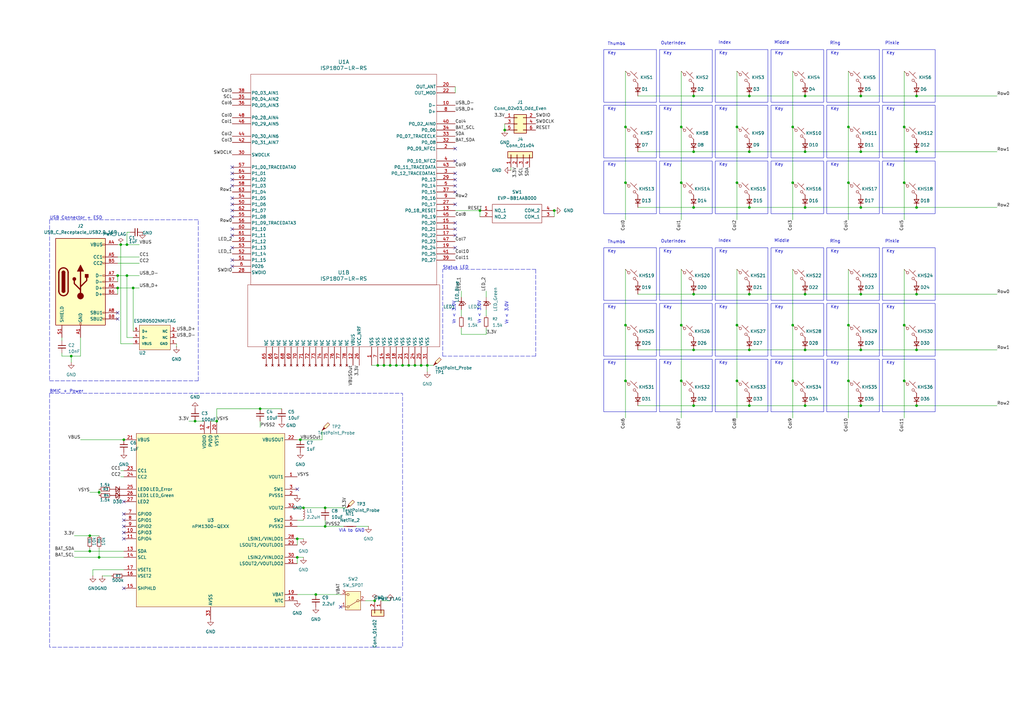
<source format=kicad_sch>
(kicad_sch (version 20250114) (generator "eeschema") (generator_version "9.0")
  (paper "A3")
  (title_block (date "2025-09-21"))
  (rectangle (start 339.09 124.46) (end 360.68 146.05))
  (rectangle (start 339.09 101.6) (end 360.68 123.19))
  (rectangle (start 316.23 124.46) (end 337.82 146.05))
  (rectangle (start 293.37 66.04) (end 314.96 87.63))
  (rectangle (start 247.65 101.6) (end 269.24 123.19))
  (rectangle (start 247.65 147.32) (end 269.24 168.91))
  (rectangle (start 247.65 124.46) (end 269.24 146.05))
  (rectangle (start 361.95 124.46) (end 383.54 146.05))
  (rectangle (start 293.37 43.18) (end 314.96 64.77))
  (rectangle (start 339.09 66.04) (end 360.68 87.63))
  (rectangle (start 361.95 101.6) (end 383.54 123.19))
  (rectangle (start 293.37 101.6) (end 314.96 123.19))
  (rectangle (start 361.95 147.32) (end 383.54 168.91))
  (rectangle (start 270.51 43.18) (end 292.1 64.77))
  (rectangle (start 361.95 66.04) (end 383.54 87.63))
  (rectangle (start 270.51 147.32) (end 292.1 168.91))
  (rectangle (start 316.23 43.18) (end 337.82 64.77))
  (rectangle (start 316.23 101.6) (end 337.82 123.19))
  (rectangle (start 293.37 147.32) (end 314.96 168.91))
  (rectangle (start 20.32 161.29) (end 165.1 265.43) (stroke (width 0) (type dash)))
  (rectangle (start 339.09 147.32) (end 360.68 168.91))
  (rectangle (start 316.23 66.04) (end 337.82 87.63))
  (rectangle (start 270.51 20.32) (end 292.1 41.91))
  (rectangle (start 270.51 124.46) (end 292.1 146.05))
  (rectangle (start 361.95 43.18) (end 383.54 64.77))
  (rectangle (start 293.37 124.46) (end 314.96 146.05))
  (rectangle (start 247.65 66.04) (end 269.24 87.63))
  (rectangle (start 316.23 20.32) (end 337.82 41.91))
  (rectangle (start 339.09 20.32) (end 360.68 41.91))
  (rectangle (start 361.95 20.32) (end 383.54 41.91))
  (rectangle (start 316.23 147.32) (end 337.82 168.91))
  (rectangle (start 247.65 43.18) (end 269.24 64.77))
  (rectangle (start 339.09 43.18) (end 360.68 64.77))
  (rectangle (start 247.65 20.32) (end 269.24 41.91))
  (rectangle (start 270.51 101.6) (end 292.1 123.19))
  (rectangle (start 270.51 66.04) (end 292.1 87.63))
  (rectangle (start 293.37 20.32) (end 314.96 41.91))
  (text "Index" (at 294.64 17.526 0) (effects (font (size 1.27 1.27)) (justify left)))
  (text "Status LED" (at 181.61 110.49 0) (effects (font (size 1.27 1.27)) (justify left bottom)))
  (text "Ring" (at 340.36 99.06 0) (effects (font (size 1.27 1.27)) (justify left)))
  (text "Key" (at 296.672 21.844 0) (effects (font (size 1.27 1.27))))
  (text "Key" (at 342.392 67.564 0) (effects (font (size 1.27 1.27))))
  (text "Middle" (at 317.5 17.526 0) (effects (font (size 1.27 1.27)) (justify left)))
  (text "V_{f} < 3.0V" (at 197.358 132.842 90) (effects (font (size 1.27 1.27)) (justify left bottom)))
  (text "BMIC + Power" (at 20.32 161.29 0) (effects (font (size 1.27 1.27)) (justify left bottom)))
  (text "Key" (at 319.532 21.844 0) (effects (font (size 1.27 1.27))))
  (text "Key" (at 250.952 103.124 0) (effects (font (size 1.27 1.27))))
  (text "V_{f} < 3.0V" (at 208.534 133.096 90) (effects (font (size 1.27 1.27)) (justify left bottom)))
  (text "Key" (at 365.252 21.844 0) (effects (font (size 1.27 1.27))))
  (text "Key" (at 250.952 67.564 0) (effects (font (size 1.27 1.27))))
  (text "Key" (at 319.532 125.984 0) (effects (font (size 1.27 1.27))))
  (text "Key" (at 250.952 125.984 0) (effects (font (size 1.27 1.27))))
  (text "Key" (at 365.252 148.844 0) (effects (font (size 1.27 1.27))))
  (text "Key" (at 319.532 103.124 0) (effects (font (size 1.27 1.27))))
  (text "Key" (at 365.252 103.124 0) (effects (font (size 1.27 1.27))))
  (text "Key" (at 342.392 44.704 0) (effects (font (size 1.27 1.27))))
  (text "USB Connector + ESD" (at 20.32 90.17 0) (effects (font (size 1.27 1.27)) (justify left bottom)))
  (text "Key" (at 273.812 148.844 0) (effects (font (size 1.27 1.27))))
  (text "Key" (at 250.952 21.844 0) (effects (font (size 1.27 1.27))))
  (text "Key" (at 365.252 125.984 0) (effects (font (size 1.27 1.27))))
  (text "Key" (at 273.812 21.844 0) (effects (font (size 1.27 1.27))))
  (text "Key" (at 273.812 103.124 0) (effects (font (size 1.27 1.27))))
  (text "Key" (at 273.812 67.564 0) (effects (font (size 1.27 1.27))))
  (text "Key" (at 250.952 148.844 0) (effects (font (size 1.27 1.27))))
  (text "Key" (at 296.672 103.124 0) (effects (font (size 1.27 1.27))))
  (text "Pinkie" (at 362.966 17.78 0) (effects (font (size 1.27 1.27)) (justify left)))
  (text "Thumbs\n" (at 249.174 18.034 0) (effects (font (size 1.27 1.27)) (justify left)))
  (text "Thumbs\n" (at 249.174 99.314 0) (effects (font (size 1.27 1.27)) (justify left)))
  (text "Key" (at 319.532 44.704 0) (effects (font (size 1.27 1.27))))
  (text "Key" (at 365.252 67.564 0) (effects (font (size 1.27 1.27))))
  (text "V_{f} < 3.0V" (at 186.944 123.444 90) (effects (font (size 1.27 1.27)) (justify right bottom)))
  (text "OuterIndex\n" (at 271.018 99.06 0) (effects (font (size 1.27 1.27)) (justify left)))
  (text "Key" (at 296.672 125.984 0) (effects (font (size 1.27 1.27))))
  (text "Key" (at 342.392 103.124 0) (effects (font (size 1.27 1.27))))
  (text "Index" (at 294.64 98.806 0) (effects (font (size 1.27 1.27)) (justify left)))
  (text "Key" (at 319.532 148.844 0) (effects (font (size 1.27 1.27))))
  (text "Key" (at 342.392 21.844 0) (effects (font (size 1.27 1.27))))
  (text "Key" (at 342.392 125.984 0) (effects (font (size 1.27 1.27))))
  (text "Key" (at 365.252 44.704 0) (effects (font (size 1.27 1.27))))
  (text "Key" (at 250.952 44.704 0) (effects (font (size 1.27 1.27))))
  (text "Pinkie" (at 362.966 99.06 0) (effects (font (size 1.27 1.27)) (justify left)))
  (text "Key" (at 342.392 148.844 0) (effects (font (size 1.27 1.27))))
  (text "Key" (at 296.672 44.704 0) (effects (font (size 1.27 1.27))))
  (text "Key" (at 319.532 67.564 0) (effects (font (size 1.27 1.27))))
  (text "Key" (at 296.672 148.844 0) (effects (font (size 1.27 1.27))))
  (text "VIA to GND" (at 144.272 217.678 0) (effects (font (size 1.27 1.27))))
  (text "Middle" (at 317.5 98.806 0) (effects (font (size 1.27 1.27)) (justify left)))
  (text "Key" (at 296.672 67.564 0) (effects (font (size 1.27 1.27))))
  (text "Key" (at 273.812 44.704 0) (effects (font (size 1.27 1.27))))
  (text "Key" (at 273.812 125.984 0) (effects (font (size 1.27 1.27))))
  (text "OuterIndex\n" (at 271.018 17.78 0) (effects (font (size 1.27 1.27)) (justify left)))
  (text "Ring" (at 340.36 17.78 0) (effects (font (size 1.27 1.27)) (justify left)))
  (junction (at 353.06 39.37))
  (junction (at 353.06 85.09))
  (junction (at 227.33 86.36))
  (junction (at 307.34 120.65))
  (junction (at 157.48 149.86))
  (junction (at 370.84 52.07))
  (junction (at 307.34 143.51))
  (junction (at 375.92 143.51))
  (junction (at 133.35 208.28))
  (junction (at 153.67 246.38))
  (junction (at 307.34 85.09))
  (junction (at 353.06 166.37))
  (junction (at 330.2 166.37))
  (junction (at 330.2 62.23))
  (junction (at 207.01 53.34))
  (junction (at 162.56 149.86))
  (junction (at 353.06 62.23))
  (junction (at 160.02 149.86))
  (junction (at 50.8 180.34))
  (junction (at 29.21 146.05))
  (junction (at 48.26 113.03))
  (junction (at 325.12 133.35))
  (junction (at 370.84 74.93))
  (junction (at 375.92 85.09))
  (junction (at 302.26 156.21))
  (junction (at 54.61 118.11))
  (junction (at 330.2 85.09))
  (junction (at 375.92 166.37))
  (junction (at 325.12 52.07))
  (junction (at 49.53 100.33))
  (junction (at 307.34 166.37))
  (junction (at 80.01 172.72))
  (junction (at 375.92 120.65))
  (junction (at 302.26 133.35))
  (junction (at 284.48 85.09))
  (junction (at 375.92 62.23))
  (junction (at 279.4 52.07))
  (junction (at 284.48 39.37))
  (junction (at 172.72 149.86))
  (junction (at 256.54 52.07))
  (junction (at 307.34 39.37))
  (junction (at 52.07 113.03))
  (junction (at 175.26 149.86))
  (junction (at 133.35 215.9))
  (junction (at 256.54 156.21))
  (junction (at 347.98 74.93))
  (junction (at 279.4 133.35))
  (junction (at 154.94 149.86))
  (junction (at 330.2 39.37))
  (junction (at 36.83 219.71))
  (junction (at 170.18 149.86))
  (junction (at 284.48 62.23))
  (junction (at 347.98 52.07))
  (junction (at 124.46 208.28))
  (junction (at 48.26 118.11))
  (junction (at 256.54 74.93))
  (junction (at 307.34 62.23))
  (junction (at 302.26 74.93))
  (junction (at 279.4 74.93))
  (junction (at 167.64 149.86))
  (junction (at 88.9 172.72))
  (junction (at 279.4 156.21))
  (junction (at 347.98 133.35))
  (junction (at 325.12 74.93))
  (junction (at 353.06 143.51))
  (junction (at 370.84 133.35))
  (junction (at 129.54 243.84))
  (junction (at 375.92 39.37))
  (junction (at 40.64 201.93))
  (junction (at 121.92 220.98))
  (junction (at 353.06 120.65))
  (junction (at 325.12 156.21))
  (junction (at 330.2 120.65))
  (junction (at 36.83 226.06))
  (junction (at 165.1 149.86))
  (junction (at 347.98 156.21))
  (junction (at 52.07 100.33))
  (junction (at 106.68 167.64))
  (junction (at 284.48 143.51))
  (junction (at 40.64 228.6))
  (junction (at 256.54 133.35))
  (junction (at 284.48 166.37))
  (junction (at 370.84 156.21))
  (junction (at 196.85 86.36))
  (junction (at 330.2 143.51))
  (junction (at 284.48 120.65))
  (junction (at 121.92 228.6))
  (junction (at 123.19 180.34))
  (junction (at 302.26 52.07))
  (no_connect (at 186.69 60.96))
  (no_connect (at 50.8 213.36))
  (no_connect (at 48.26 128.27))
  (no_connect (at 95.25 73.66))
  (no_connect (at 95.25 71.12))
  (no_connect (at 186.69 76.2))
  (no_connect (at 95.25 109.22))
  (no_connect (at 186.69 93.98))
  (no_connect (at 186.69 78.74))
  (no_connect (at 186.69 91.44))
  (no_connect (at 186.69 96.52))
  (no_connect (at 95.25 88.9))
  (no_connect (at 95.25 106.68))
  (no_connect (at 50.8 205.74))
  (no_connect (at 186.69 71.12))
  (no_connect (at 186.69 83.82))
  (no_connect (at 95.25 93.98))
  (no_connect (at 48.26 130.81))
  (no_connect (at 50.8 220.98))
  (no_connect (at 95.25 86.36))
  (no_connect (at 95.25 96.52))
  (no_connect (at 139.7 248.92))
  (no_connect (at 50.8 218.44))
  (no_connect (at 50.8 210.82))
  (no_connect (at 95.25 83.82))
  (no_connect (at 95.25 81.28))
  (no_connect (at 186.69 101.6))
  (no_connect (at 121.92 200.66))
  (no_connect (at 50.8 241.3))
  (no_connect (at 186.69 66.04))
  (no_connect (at 50.8 215.9))
  (no_connect (at 95.25 76.2))
  (no_connect (at 186.69 73.66))
  (no_connect (at 95.25 101.6))
  (no_connect (at 95.25 68.58))
  (wire (pts (xy 325.12 110.49) (xy 325.12 133.35)))
  (wire (pts (xy 370.84 110.49) (xy 370.84 133.35)))
  (wire (pts (xy 347.98 110.49) (xy 347.98 133.35)))
  (wire (pts (xy 121.92 220.98) (xy 124.46 220.98)))
  (polyline (pts (xy 81.28 90.17) (xy 20.32 90.17)) (stroke (width 0) (type dash)))
  (polyline (pts (xy 219.71 110.49) (xy 219.71 146.05)) (stroke (width 0) (type dash)))
  (wire (pts (xy 261.62 143.51) (xy 284.48 143.51)))
  (wire (pts (xy 353.06 62.23) (xy 375.92 62.23)))
  (wire (pts (xy 121.92 220.98) (xy 121.92 223.52)))
  (wire (pts (xy 375.92 120.65) (xy 408.94 120.65)))
  (wire (pts (xy 30.48 219.71) (xy 36.83 219.71)))
  (wire (pts (xy 408.94 166.37) (xy 375.92 166.37)))
  (wire (pts (xy 154.94 149.86) (xy 157.48 149.86)))
  (wire (pts (xy 347.98 29.21) (xy 347.98 52.07)))
  (wire (pts (xy 256.54 52.07) (xy 256.54 74.93)))
  (wire (pts (xy 50.8 228.6) (xy 40.64 228.6)))
  (wire (pts (xy 48.26 118.11) (xy 54.61 118.11)))
  (wire (pts (xy 307.34 166.37) (xy 330.2 166.37)))
  (wire (pts (xy 170.18 149.86) (xy 172.72 149.86)))
  (wire (pts (xy 408.94 85.09) (xy 375.92 85.09)))
  (wire (pts (xy 49.53 140.97) (xy 54.61 140.97)))
  (wire (pts (xy 370.84 74.93) (xy 370.84 90.17)))
  (wire (pts (xy 36.83 219.71) (xy 40.64 219.71)))
  (wire (pts (xy 199.39 119.38) (xy 199.39 121.92)))
  (wire (pts (xy 40.64 224.79) (xy 40.64 228.6)))
  (wire (pts (xy 347.98 52.07) (xy 347.98 74.93)))
  (wire (pts (xy 353.06 120.65) (xy 375.92 120.65)))
  (wire (pts (xy 284.48 62.23) (xy 307.34 62.23)))
  (wire (pts (xy 279.4 110.49) (xy 279.4 133.35)))
  (wire (pts (xy 49.53 100.33) (xy 48.26 100.33)))
  (wire (pts (xy 353.06 39.37) (xy 375.92 39.37)))
  (wire (pts (xy 279.4 29.21) (xy 279.4 52.07)))
  (polyline (pts (xy 219.71 146.05) (xy 181.61 146.05)) (stroke (width 0) (type dash)))
  (wire (pts (xy 325.12 29.21) (xy 325.12 52.07)))
  (wire (pts (xy 121.92 215.9) (xy 133.35 215.9)))
  (wire (pts (xy 36.83 226.06) (xy 30.48 226.06)))
  (wire (pts (xy 48.26 113.03) (xy 48.26 115.57)))
  (polyline (pts (xy 181.61 110.49) (xy 219.71 110.49)) (stroke (width 0) (type dash)))
  (wire (pts (xy 347.98 156.21) (xy 347.98 171.45)))
  (wire (pts (xy 284.48 39.37) (xy 307.34 39.37)))
  (wire (pts (xy 189.23 127) (xy 189.23 129.54)))
  (wire (pts (xy 25.4 146.05) (xy 29.21 146.05)))
  (wire (pts (xy 347.98 133.35) (xy 347.98 156.21)))
  (wire (pts (xy 132.08 176.53) (xy 132.08 180.34)))
  (wire (pts (xy 151.13 215.9) (xy 146.05 215.9)))
  (wire (pts (xy 189.23 119.38) (xy 189.23 121.92)))
  (wire (pts (xy 370.84 52.07) (xy 370.84 74.93)))
  (wire (pts (xy 279.4 52.07) (xy 279.4 74.93)))
  (wire (pts (xy 279.4 74.93) (xy 279.4 90.17)))
  (wire (pts (xy 261.62 85.09) (xy 284.48 85.09)))
  (wire (pts (xy 284.48 166.37) (xy 307.34 166.37)))
  (wire (pts (xy 261.62 120.65) (xy 284.48 120.65)))
  (wire (pts (xy 279.4 156.21) (xy 279.4 171.45)))
  (wire (pts (xy 370.84 29.21) (xy 370.84 52.07)))
  (polyline (pts (xy 81.28 156.21) (xy 81.28 90.17)) (stroke (width 0) (type dash)))
  (wire (pts (xy 124.46 208.28) (xy 133.35 208.28)))
  (wire (pts (xy 175.26 149.86) (xy 175.26 152.4)))
  (wire (pts (xy 256.54 110.49) (xy 256.54 133.35)))
  (wire (pts (xy 132.08 180.34) (xy 123.19 180.34)))
  (wire (pts (xy 72.39 142.24) (xy 72.39 140.97)))
  (wire (pts (xy 330.2 39.37) (xy 353.06 39.37)))
  (wire (pts (xy 25.4 144.78) (xy 25.4 146.05)))
  (wire (pts (xy 261.62 62.23) (xy 284.48 62.23)))
  (wire (pts (xy 330.2 166.37) (xy 353.06 166.37)))
  (wire (pts (xy 123.19 180.34) (xy 121.92 180.34)))
  (wire (pts (xy 279.4 133.35) (xy 279.4 156.21)))
  (wire (pts (xy 209.55 69.85) (xy 209.55 68.58)))
  (wire (pts (xy 207.01 50.8) (xy 207.01 53.34)))
  (wire (pts (xy 302.26 156.21) (xy 302.26 171.45)))
  (wire (pts (xy 353.06 166.37) (xy 375.92 166.37)))
  (wire (pts (xy 160.02 149.86) (xy 162.56 149.86)))
  (wire (pts (xy 330.2 120.65) (xy 353.06 120.65)))
  (wire (pts (xy 54.61 118.11) (xy 54.61 135.89)))
  (wire (pts (xy 302.26 52.07) (xy 302.26 74.93)))
  (wire (pts (xy 227.33 86.36) (xy 227.33 88.9)))
  (wire (pts (xy 52.07 100.33) (xy 57.15 100.33)))
  (wire (pts (xy 38.1 233.68) (xy 50.8 233.68)))
  (wire (pts (xy 48.26 118.11) (xy 48.26 120.65)))
  (polyline (pts (xy 181.61 146.05) (xy 181.61 110.49)) (stroke (width 0) (type dash)))
  (wire (pts (xy 88.9 167.64) (xy 106.68 167.64)))
  (wire (pts (xy 49.53 140.97) (xy 49.53 100.33)))
  (wire (pts (xy 307.34 85.09) (xy 330.2 85.09)))
  (wire (pts (xy 370.84 133.35) (xy 370.84 156.21)))
  (wire (pts (xy 284.48 85.09) (xy 307.34 85.09)))
  (wire (pts (xy 302.26 29.21) (xy 302.26 52.07)))
  (wire (pts (xy 186.69 86.36) (xy 196.85 86.36)))
  (wire (pts (xy 149.86 246.38) (xy 153.67 246.38)))
  (wire (pts (xy 121.92 208.28) (xy 124.46 208.28)))
  (wire (pts (xy 41.91 236.22) (xy 45.72 236.22)))
  (wire (pts (xy 284.48 143.51) (xy 307.34 143.51)))
  (wire (pts (xy 50.8 193.04) (xy 49.53 193.04)))
  (wire (pts (xy 52.07 95.25) (xy 52.07 100.33)))
  (wire (pts (xy 40.64 200.66) (xy 40.64 201.93)))
  (wire (pts (xy 261.62 39.37) (xy 284.48 39.37)))
  (wire (pts (xy 302.26 110.49) (xy 302.26 133.35)))
  (wire (pts (xy 38.1 236.22) (xy 38.1 233.68)))
  (wire (pts (xy 25.4 138.43) (xy 25.4 139.7)))
  (wire (pts (xy 189.23 134.62) (xy 189.23 137.16)))
  (wire (pts (xy 77.47 172.72) (xy 80.01 172.72)))
  (wire (pts (xy 307.34 39.37) (xy 330.2 39.37)))
  (wire (pts (xy 307.34 143.51) (xy 330.2 143.51)))
  (wire (pts (xy 106.68 167.64) (xy 115.57 167.64)))
  (wire (pts (xy 157.48 149.86) (xy 160.02 149.86)))
  (wire (pts (xy 284.48 120.65) (xy 307.34 120.65)))
  (wire (pts (xy 50.8 226.06) (xy 36.83 226.06)))
  (wire (pts (xy 33.02 180.34) (xy 50.8 180.34)))
  (wire (pts (xy 52.07 113.03) (xy 52.07 138.43)))
  (wire (pts (xy 36.83 201.93) (xy 40.64 201.93)))
  (wire (pts (xy 307.34 62.23) (xy 330.2 62.23)))
  (wire (pts (xy 36.83 224.79) (xy 36.83 226.06)))
  (wire (pts (xy 121.92 213.36) (xy 124.46 213.36)))
  (wire (pts (xy 106.68 172.72) (xy 106.68 175.26)))
  (wire (pts (xy 353.06 143.51) (xy 375.92 143.51)))
  (wire (pts (xy 325.12 52.07) (xy 325.12 74.93)))
  (wire (pts (xy 160.02 246.38) (xy 156.21 246.38)))
  (wire (pts (xy 330.2 62.23) (xy 353.06 62.23)))
  (wire (pts (xy 186.69 35.56) (xy 186.69 38.1)))
  (wire (pts (xy 142.24 208.28) (xy 133.35 208.28)))
  (wire (pts (xy 261.62 166.37) (xy 284.48 166.37)))
  (wire (pts (xy 256.54 133.35) (xy 256.54 156.21)))
  (wire (pts (xy 256.54 29.21) (xy 256.54 52.07)))
  (wire (pts (xy 256.54 156.21) (xy 256.54 171.45)))
  (wire (pts (xy 40.64 228.6) (xy 30.48 228.6)))
  (polyline (pts (xy 20.32 90.17) (xy 20.32 156.21)) (stroke (width 0) (type dash)))
  (wire (pts (xy 302.26 133.35) (xy 302.26 156.21)))
  (wire (pts (xy 347.98 74.93) (xy 347.98 90.17)))
  (wire (pts (xy 121.92 243.84) (xy 129.54 243.84)))
  (wire (pts (xy 121.92 228.6) (xy 124.46 228.6)))
  (wire (pts (xy 196.85 86.36) (xy 196.85 88.9)))
  (wire (pts (xy 256.54 74.93) (xy 256.54 90.17)))
  (wire (pts (xy 199.39 134.62) (xy 199.39 137.16)))
  (wire (pts (xy 172.72 149.86) (xy 175.26 149.86)))
  (wire (pts (xy 199.39 127) (xy 199.39 129.54)))
  (wire (pts (xy 33.02 146.05) (xy 33.02 138.43)))
  (wire (pts (xy 129.54 243.84) (xy 139.7 243.84)))
  (wire (pts (xy 167.64 149.86) (xy 170.18 149.86)))
  (wire (pts (xy 52.07 113.03) (xy 57.15 113.03)))
  (wire (pts (xy 48.26 105.41) (xy 57.15 105.41)))
  (wire (pts (xy 49.53 100.33) (xy 52.07 100.33)))
  (wire (pts (xy 408.94 143.51) (xy 375.92 143.51)))
  (wire (pts (xy 48.26 107.95) (xy 57.15 107.95)))
  (wire (pts (xy 48.26 113.03) (xy 52.07 113.03)))
  (wire (pts (xy 408.94 62.23) (xy 375.92 62.23)))
  (wire (pts (xy 162.56 149.86) (xy 165.1 149.86)))
  (wire (pts (xy 54.61 118.11) (xy 57.15 118.11)))
  (wire (pts (xy 325.12 156.21) (xy 325.12 171.45)))
  (wire (pts (xy 88.9 172.72) (xy 88.9 167.64)))
  (wire (pts (xy 29.21 146.05) (xy 33.02 146.05)))
  (wire (pts (xy 307.34 120.65) (xy 330.2 120.65)))
  (wire (pts (xy 86.36 172.72) (xy 88.9 172.72)))
  (wire (pts (xy 330.2 143.51) (xy 353.06 143.51)))
  (wire (pts (xy 302.26 74.93) (xy 302.26 90.17)))
  (wire (pts (xy 29.21 148.59) (xy 29.21 146.05)))
  (wire (pts (xy 353.06 85.09) (xy 375.92 85.09)))
  (wire (pts (xy 177.8 149.86) (xy 175.26 149.86)))
  (wire (pts (xy 80.01 172.72) (xy 83.82 172.72)))
  (wire (pts (xy 50.8 195.58) (xy 49.53 195.58)))
  (wire (pts (xy 330.2 85.09) (xy 353.06 85.09)))
  (wire (pts (xy 325.12 133.35) (xy 325.12 156.21)))
  (wire (pts (xy 375.92 39.37) (xy 408.94 39.37)))
  (wire (pts (xy 121.92 228.6) (xy 121.92 231.14)))
  (wire (pts (xy 152.4 149.86) (xy 154.94 149.86)))
  (polyline (pts (xy 20.32 156.21) (xy 81.28 156.21)) (stroke (width 0) (type dash)))
  (wire (pts (xy 189.23 137.16) (xy 199.39 137.16)))
  (wire (pts (xy 53.34 95.25) (xy 52.07 95.25)))
  (wire (pts (xy 165.1 149.86) (xy 167.64 149.86)))
  (wire (pts (xy 325.12 74.93) (xy 325.12 90.17)))
  (wire (pts (xy 133.35 215.9) (xy 140.97 215.9)))
  (wire (pts (xy 52.07 138.43) (xy 54.61 138.43)))
  (wire (pts (xy 133.35 215.9) (xy 133.35 213.36)))
  (wire (pts (xy 40.64 201.93) (xy 40.64 203.2)))
  (wire (pts (xy 370.84 156.21) (xy 370.84 171.45)))
  (label "Col5" (at 370.84 90.17 270))
  (label "LED_1" (at 189.23 119.38 90))
  (label "Col5" (at 95.25 38.1 180))
  (label "3.3V" (at 207.01 48.26 180))
  (label "Col7" (at 279.4 171.45 270))
  (label "SWDIO" (at 219.71 48.26 0))
  (label "VBUSOut" (at 144.78 149.86 270))
  (label "VBUS" (at 57.15 100.33 0))
  (label "Col2" (at 302.26 90.17 270))
  (label "Col1" (at 95.25 50.8 180))
  (label "LED_1" (at 95.25 104.14 180))
  (label "Col2" (at 95.25 55.88 180))
  (label "3.3V" (at 199.39 137.16 0))
  (label "Row2" (at 186.69 81.28 0))
  (label "Row2" (at 408.94 166.37 0))
  (label "3.3V" (at 142.24 208.28 90))
  (label "Col3" (at 95.25 58.42 180))
  (label "VSYS" (at 121.92 195.58 0))
  (label "Col10" (at 347.98 171.45 270))
  (label "LED_2" (at 199.39 119.38 90))
  (label "Row0" (at 408.94 120.65 0))
  (label "Col10" (at 186.69 104.14 0))
  (label "VSYS" (at 36.83 201.93 180))
  (label "Col11" (at 186.69 106.68 0))
  (label "USB_D+" (at 186.69 45.72 0))
  (label "3.3V" (at 147.32 149.86 270))
  (label "Row0" (at 408.94 39.37 0))
  (label "USB_D+" (at 72.39 135.89 0))
  (label "Col9" (at 186.69 68.58 0))
  (label "VSYS" (at 88.9 172.72 0))
  (label "3.3V" (at 30.48 219.71 180))
  (label "USB_D-" (at 72.39 138.43 0))
  (label "RESET" (at 219.71 53.34 0))
  (label "Col0" (at 256.54 90.17 270))
  (label "Row1" (at 95.25 78.74 180))
  (label "BAT_SDA" (at 30.48 226.06 180))
  (label "CC1" (at 49.53 193.04 180))
  (label "LED_2" (at 95.25 99.06 180))
  (label "Col3" (at 325.12 90.17 270))
  (label "CC2" (at 49.53 195.58 180))
  (label "CC2" (at 57.15 107.95 0))
  (label "3.3V" (at 77.47 172.72 180))
  (label "Col7" (at 186.69 99.06 0))
  (label "Row1" (at 408.94 143.51 0))
  (label "Col0" (at 95.25 48.26 180))
  (label "BAT_SCL" (at 30.48 228.6 180))
  (label "Col1" (at 279.4 90.17 270))
  (label "Col11" (at 370.84 171.45 270))
  (label "Col9" (at 325.12 171.45 270))
  (label "Col6" (at 256.54 171.45 270))
  (label "SDA" (at 217.17 68.58 270))
  (label "VBUS" (at 33.02 180.34 180))
  (label "RESET" (at 191.77 86.36 0))
  (label "Row2" (at 408.94 85.09 0))
  (label "SCL" (at 95.25 40.64 180))
  (label "Row0" (at 95.25 91.44 180))
  (label "3.3V" (at 212.09 68.58 270))
  (label "PVSS2" (at 133.35 215.9 0))
  (label "BAT_SDA" (at 186.69 58.42 0))
  (label "SWDCLK" (at 95.25 63.5 180))
  (label "Row1" (at 408.94 62.23 0))
  (label "CC1" (at 57.15 105.41 0))
  (label "SWDCLK" (at 219.71 50.8 0))
  (label "SCL" (at 214.63 68.58 270))
  (label "SWDIO" (at 95.25 111.76 180))
  (label "SDA" (at 186.69 55.88 0))
  (label "Col8" (at 186.69 88.9 0))
  (label "Col4" (at 347.98 90.17 270))
  (label "Col8" (at 302.26 171.45 270))
  (label "USB_D-" (at 186.69 43.18 0))
  (label "VBAT" (at 139.7 243.84 90))
  (label "VBUSOut" (at 123.19 180.34 0))
  (label "Col4" (at 186.69 50.8 0))
  (label "USB_D-" (at 57.15 113.03 0))
  (label "Col6" (at 95.25 43.18 180))
  (label "BAT_SCL" (at 186.69 53.34 0))
  (label "PVSS2" (at 106.68 175.26 0))
  (label "USB_D+" (at 57.15 118.11 0))
  (symbol (lib_id "Keyboard:choc_v1_SW_HS_CPG135001S30") (at 350.52 77.47 0) (unit 1) (in_bom no)
    (property "Reference" "KHS17" (at 356.616 77.47 0))
    (property "Value" "KHS" (effects (hide yes)))
    (property "Footprint" "Keyboard:CPG1316S01D02_castelated_mikecinq" (effects (hide yes)))
    (property "Description" "Push button switch, normally open, two pins, 45° tilted" (effects (hide yes)))
  )
  (symbol (lib_id "Keyboard:choc_v1_SW_HS_CPG135001S30") (at 327.66 31.75 0) (unit 1) (in_bom no)
    (property "Reference" "KHS4" (at 333.756 31.75 0))
    (property "Value" "KHS" (effects (hide yes)))
    (property "Footprint" "Keyboard:CPG1316S01D02_castelated_mikecinq" (effects (hide yes)))
    (property "Description" "Push button switch, normally open, two pins, 45° tilted" (effects (hide yes)))
  )
  (symbol (lib_id "Device:D_Small") (at 284.48 140.97 90) (unit 1)
    (property "Reference" "D26" (at 286.004 140.716 90) (effects (justify right)))
    (property "Value" "D_Small" (effects (hide yes)))
    (property "Footprint" "Diode_SMD:D_SOD-123" (effects (hide yes)))
    (property "Description" "Diode, small symbol" (effects (hide yes)))
    (property "Sim.Device" "D" (effects (hide yes)))
    (property "Sim.Pins" "1=K 2=A" (effects (hide yes)))
    (property "Mouser Part Number" "241-1N4148W_R1_00001" (effects (hide yes)))
    (property "Manufacturer_Part_Number" " 1N4148W_R1_00001" (effects (hide yes)))
  )
  (symbol (lib_id "power:GND") (at 175.26 152.4 0) (unit 1)
    (property "Reference" "#PWR06" (effects (hide yes)))
    (property "Value" "GND" (at 175.26 157.48 0))
    (property "Description" "Power symbol creates a global label with name \"GND\" , ground" (effects (hide yes)))
  )
  (symbol (lib_id "Keyboard:choc_v1_SW_HS_CPG135001S30") (at 327.66 113.03 0) (unit 1) (in_bom no)
    (property "Reference" "KHS22" (at 333.756 113.03 0))
    (property "Value" "KHS" (effects (hide yes)))
    (property "Footprint" "Keyboard:CPG1316S01D02_castelated_mikecinq" (effects (hide yes)))
    (property "Description" "Push button switch, normally open, two pins, 45° tilted" (effects (hide yes)))
  )
  (symbol (lib_id "Device:D_Small") (at 307.34 36.83 90) (unit 1)
    (property "Reference" "D3" (at 308.864 36.576 90) (effects (justify right)))
    (property "Value" "D_Small" (effects (hide yes)))
    (property "Footprint" "Diode_SMD:D_SOD-123" (effects (hide yes)))
    (property "Description" "Diode, small symbol" (effects (hide yes)))
    (property "Sim.Device" "D" (effects (hide yes)))
    (property "Sim.Pins" "1=K 2=A" (effects (hide yes)))
    (property "Mouser Part Number" "241-1N4148W_R1_00001" (effects (hide yes)))
    (property "Manufacturer_Part_Number" " 1N4148W_R1_00001" (effects (hide yes)))
  )
  (symbol (lib_id "Keyboard:choc_v1_SW_HS_CPG135001S30") (at 350.52 113.03 0) (unit 1) (in_bom no)
    (property "Reference" "KHS23" (at 356.616 113.03 0))
    (property "Value" "KHS" (effects (hide yes)))
    (property "Footprint" "Keyboard:CPG1316S01D02_castelated_mikecinq" (effects (hide yes)))
    (property "Description" "Push button switch, normally open, two pins, 45° tilted" (effects (hide yes)))
  )
  (symbol (lib_id "power:GND") (at 58.42 95.25 0) (unit 1)
    (property "Reference" "#PWR03" (effects (hide yes)))
    (property "Value" "GND" (at 60.452 95.504 0))
    (property "Description" "Power symbol creates a global label with name \"GND\" , ground" (effects (hide yes)))
  )
  (symbol (lib_id "power:GND") (at 80.01 167.64 180) (unit 1)
    (property "Reference" "#PWR07" (effects (hide yes)))
    (property "Value" "GND" (at 80.01 162.8332 0))
    (property "Description" "Power symbol creates a global label with name \"GND\" , ground" (effects (hide yes)))
  )
  (symbol (lib_id "Device:D_Small") (at 307.34 82.55 90) (unit 1)
    (property "Reference" "D15" (at 308.864 82.296 90) (effects (justify right)))
    (property "Value" "D_Small" (effects (hide yes)))
    (property "Footprint" "Diode_SMD:D_SOD-123" (effects (hide yes)))
    (property "Description" "Diode, small symbol" (effects (hide yes)))
    (property "Sim.Device" "D" (effects (hide yes)))
    (property "Sim.Pins" "1=K 2=A" (effects (hide yes)))
    (property "Mouser Part Number" "241-1N4148W_R1_00001" (effects (hide yes)))
    (property "Manufacturer_Part_Number" " 1N4148W_R1_00001" (effects (hide yes)))
  )
  (symbol (lib_id "Device:C_Small") (at 50.8 182.88 0) (unit 1)
    (property "Reference" "C6" (at 53.34 181.6162 0) (effects (justify left)))
    (property "Value" "1uF" (at 53.34 184.1562 0) (effects (justify left)))
    (property "Footprint" "Capacitor_SMD:C_0603_1608Metric" (effects (hide yes)))
    (property "Description" "Capacitor, X5R, 25 V, ±20%" (effects (hide yes)))
    (property "Mouser Part Number" "963-LMK107B7105KA-T" (effects (hide yes)))
    (property "Manufacturer_Part_Number" "LMK107B7105KA-T" (effects (hide yes)))
  )
  (symbol (lib_id "power:GND") (at 50.8 185.42 0) (unit 1)
    (property "Reference" "#PWR09" (effects (hide yes)))
    (property "Value" "GND" (at 50.8 190.5 0))
    (property "Description" "Power symbol creates a global label with name \"GND\" , ground" (effects (hide yes)))
  )
  (symbol (lib_id "Device:C_Small") (at 115.57 170.18 180) (unit 1)
    (property "Reference" "C5" (at 118.11 168.9035 0) (effects (justify right)))
    (property "Value" "10uF" (at 118.11 171.4435 0) (effects (justify right)))
    (property "Footprint" "Capacitor_SMD:C_0603_1608Metric" (effects (hide yes)))
    (property "Description" "Capacitor, X5R, 25 V, ±20%" (effects (hide yes)))
    (property "Mouser Part Number" "81-GRM188R61E106KA3J" (effects (hide yes)))
    (property "Manufacturer_Part_Number" "GRM188R61E106KA73J" (effects (hide yes)))
  )
  (symbol (lib_id "power:GND") (at 209.55 69.85 270) (unit 1)
    (property "Reference" "#PWR021" (effects (hide yes)))
    (property "Value" "GND" (at 205.74 69.8499 90) (effects (justify right)))
    (property "Description" "Power symbol creates a global label with name \"GND\" , ground" (effects (hide yes)))
  )
  (symbol (lib_id "Keyboard:choc_v1_SW_HS_CPG135001S30") (at 373.38 135.89 0) (unit 1) (in_bom no)
    (property "Reference" "KHS30" (at 379.476 135.89 0))
    (property "Value" "KHS" (effects (hide yes)))
    (property "Footprint" "Keyboard:CPG1316S01D02_castelated_mikecinq" (effects (hide yes)))
    (property "Description" "Push button switch, normally open, two pins, 45° tilted" (effects (hide yes)))
  )
  (symbol (lib_id "power:GND") (at 29.21 148.59 0) (unit 1)
    (property "Reference" "#PWR05" (effects (hide yes)))
    (property "Value" "GND" (at 29.21 153.67 0))
    (property "Description" "Power symbol creates a global label with name \"GND\" , ground" (effects (hide yes)))
  )
  (symbol (lib_id "Device:C_Small") (at 129.54 246.38 0) (unit 1)
    (property "Reference" "C9" (at 132.08 245.1162 0) (effects (justify left)))
    (property "Value" "2.2uF" (at 132.08 247.6562 0) (effects (justify left)))
    (property "Footprint" "Capacitor_SMD:C_0603_1608Metric" (effects (hide yes)))
    (property "Description" "Capacitor, X5R, 25 V, ±20%" (effects (hide yes)))
    (property "Mouser Part Number" "963-EMK107BB7225KA-T" (effects (hide yes)))
    (property "Manufacturer_Part_Number" "EMK107BB7225KA-T" (effects (hide yes)))
  )
  (symbol (lib_id "Device:D_Small") (at 375.92 163.83 90) (unit 1)
    (property "Reference" "D36" (at 377.444 163.576 90) (effects (justify right)))
    (property "Value" "D_Small" (effects (hide yes)))
    (property "Footprint" "Diode_SMD:D_SOD-123" (effects (hide yes)))
    (property "Description" "Diode, small symbol" (effects (hide yes)))
    (property "Sim.Device" "D" (effects (hide yes)))
    (property "Sim.Pins" "1=K 2=A" (effects (hide yes)))
    (property "Mouser Part Number" "241-1N4148W_R1_00001" (effects (hide yes)))
    (property "Manufacturer_Part_Number" " 1N4148W_R1_00001" (effects (hide yes)))
  )
  (symbol (lib_id "Keyboard:choc_v1_SW_HS_CPG135001S30") (at 373.38 31.75 0) (unit 1) (in_bom no)
    (property "Reference" "KHS6" (at 379.476 31.75 0))
    (property "Value" "KHS" (effects (hide yes)))
    (property "Footprint" "Keyboard:CPG1316S01D02_castelated_mikecinq" (effects (hide yes)))
    (property "Description" "Push button switch, normally open, two pins, 45° tilted" (effects (hide yes)))
  )
  (symbol (lib_id "Device:D_Small") (at 307.34 163.83 90) (unit 1)
    (property "Reference" "D33" (at 308.864 163.576 90) (effects (justify right)))
    (property "Value" "D_Small" (effects (hide yes)))
    (property "Footprint" "Diode_SMD:D_SOD-123" (effects (hide yes)))
    (property "Description" "Diode, small symbol" (effects (hide yes)))
    (property "Sim.Device" "D" (effects (hide yes)))
    (property "Sim.Pins" "1=K 2=A" (effects (hide yes)))
    (property "Mouser Part Number" "241-1N4148W_R1_00001" (effects (hide yes)))
    (property "Manufacturer_Part_Number" " 1N4148W_R1_00001" (effects (hide yes)))
  )
  (symbol (lib_id "Device:D_Small") (at 353.06 118.11 90) (unit 1)
    (property "Reference" "D23" (at 354.584 117.856 90) (effects (justify right)))
    (property "Value" "D_Small" (effects (hide yes)))
    (property "Footprint" "Diode_SMD:D_SOD-123" (effects (hide yes)))
    (property "Description" "Diode, small symbol" (effects (hide yes)))
    (property "Sim.Device" "D" (effects (hide yes)))
    (property "Sim.Pins" "1=K 2=A" (effects (hide yes)))
    (property "Mouser Part Number" "241-1N4148W_R1_00001" (effects (hide yes)))
    (property "Manufacturer_Part_Number" " 1N4148W_R1_00001" (effects (hide yes)))
  )
  (symbol (lib_id "power:GND") (at 123.19 185.42 0) (unit 1)
    (property "Reference" "#PWR010" (effects (hide yes)))
    (property "Value" "GND" (at 123.19 190.5 0))
    (property "Description" "Power symbol creates a global label with name \"GND\" , ground" (effects (hide yes)))
  )
  (symbol (lib_id "Device:D_Small") (at 307.34 59.69 90) (unit 1)
    (property "Reference" "D9" (at 308.864 59.436 90) (effects (justify right)))
    (property "Value" "D_Small" (effects (hide yes)))
    (property "Footprint" "Diode_SMD:D_SOD-123" (effects (hide yes)))
    (property "Description" "Diode, small symbol" (effects (hide yes)))
    (property "Sim.Device" "D" (effects (hide yes)))
    (property "Sim.Pins" "1=K 2=A" (effects (hide yes)))
    (property "Mouser Part Number" "241-1N4148W_R1_00001" (effects (hide yes)))
    (property "Manufacturer_Part_Number" " 1N4148W_R1_00001" (effects (hide yes)))
  )
  (symbol (lib_id "PCM_nordic-lib-kicad-npm:nPM1300-QEXX") (at 86.36 213.36 0) (unit 1)
    (property "Reference" "U3" (at 86.36 213.36 0))
    (property "Value" "nPM1300-QEXX" (at 86.36 215.9 0))
    (property "Footprint" "Package_DFN_QFN:QFN-32-1EP_5x5mm_P0.5mm_EP3.6x3.6mm_ThermalVias" (effects (hide yes)))
    (property "Datasheet" "https://docs.nordicsemi.com/bundle/ps_npm1300" (effects (hide yes)))
    (property "Description" "PMIC, LED Driver, Battery Charger, QFN-32" (effects (hide yes)))
  )
  (symbol (lib_id "power:GND") (at 129.54 248.92 0) (unit 1)
    (property "Reference" "#PWR019" (effects (hide yes)))
    (property "Value" "GND" (at 129.54 254 0))
    (property "Description" "Power symbol creates a global label with name \"GND\" , ground" (effects (hide yes)))
  )
  (symbol (lib_id "Keyboard:choc_v1_SW_HS_CPG135001S30") (at 281.94 77.47 0) (unit 1) (in_bom no)
    (property "Reference" "KHS14" (at 288.036 77.47 0))
    (property "Value" "KHS" (effects (hide yes)))
    (property "Footprint" "Keyboard:CPG1316S01D02_castelated_mikecinq" (effects (hide yes)))
    (property "Description" "Push button switch, normally open, two pins, 45° tilted" (effects (hide yes)))
  )
  (symbol (lib_id "Keyboard:choc_v1_SW_HS_CPG135001S30") (at 304.8 158.75 0) (unit 1) (in_bom no)
    (property "Reference" "KHS33" (at 310.896 158.75 0))
    (property "Value" "KHS" (effects (hide yes)))
    (property "Footprint" "Keyboard:CPG1316S01D02_castelated_mikecinq" (effects (hide yes)))
    (property "Description" "Push button switch, normally open, two pins, 45° tilted" (effects (hide yes)))
  )
  (symbol (lib_id "Device:D_Small") (at 353.06 163.83 90) (unit 1)
    (property "Reference" "D35" (at 354.584 163.576 90) (effects (justify right)))
    (property "Value" "D_Small" (effects (hide yes)))
    (property "Footprint" "Diode_SMD:D_SOD-123" (effects (hide yes)))
    (property "Description" "Diode, small symbol" (effects (hide yes)))
    (property "Sim.Device" "D" (effects (hide yes)))
    (property "Sim.Pins" "1=K 2=A" (effects (hide yes)))
    (property "Mouser Part Number" "241-1N4148W_R1_00001" (effects (hide yes)))
    (property "Manufacturer_Part_Number" " 1N4148W_R1_00001" (effects (hide yes)))
  )
  (symbol (lib_id "Device:D_Small") (at 353.06 82.55 90) (unit 1)
    (property "Reference" "D17" (at 354.584 82.296 90) (effects (justify right)))
    (property "Value" "D_Small" (effects (hide yes)))
    (property "Footprint" "Diode_SMD:D_SOD-123" (effects (hide yes)))
    (property "Description" "Diode, small symbol" (effects (hide yes)))
    (property "Sim.Device" "D" (effects (hide yes)))
    (property "Sim.Pins" "1=K 2=A" (effects (hide yes)))
    (property "Mouser Part Number" "241-1N4148W_R1_00001" (effects (hide yes)))
    (property "Manufacturer_Part_Number" " 1N4148W_R1_00001" (effects (hide yes)))
  )
  (symbol (lib_id "power:GND") (at 115.57 172.72 0) (unit 1)
    (property "Reference" "#PWR08" (effects (hide yes)))
    (property "Value" "GND" (at 119.38 174.498 0))
    (property "Description" "Power symbol creates a global label with name \"GND\" , ground" (effects (hide yes)))
  )
  (symbol (lib_id "Device:C_Small") (at 55.88 95.25 90) (unit 1)
    (property "Reference" "C1" (at 52.832 97.536 90) (effects (justify right)))
    (property "Value" "1uF" (at 52.832 99.06 90) (effects (justify right)))
    (property "Footprint" "Capacitor_SMD:C_0603_1608Metric" (effects (hide yes)))
    (property "Description" "Capacitor, X5R, 25 V, ±20%" (effects (hide yes)))
    (property "Mouser Part Number" "963-LMK107B7105KA-T" (effects (hide yes)))
    (property "Manufacturer_Part_Number" "LMK107B7105KA-T" (effects (hide yes)))
  )
  (symbol (lib_id "Device:D_Small") (at 261.62 163.83 90) (unit 1)
    (property "Reference" "D31" (at 263.144 163.576 90) (effects (justify right)))
    (property "Value" "D_Small" (effects (hide yes)))
    (property "Footprint" "Diode_SMD:D_SOD-123" (effects (hide yes)))
    (property "Description" "Diode, small symbol" (effects (hide yes)))
    (property "Sim.Device" "D" (effects (hide yes)))
    (property "Sim.Pins" "1=K 2=A" (effects (hide yes)))
    (property "Mouser Part Number" "241-1N4148W_R1_00001" (effects (hide yes)))
    (property "Manufacturer_Part_Number" " 1N4148W_R1_00001" (effects (hide yes)))
  )
  (symbol (lib_id "Keyboard:choc_v1_SW_HS_CPG135001S30") (at 281.94 31.75 0) (unit 1) (in_bom no)
    (property "Reference" "KHS2" (at 288.036 31.75 0))
    (property "Value" "KHS" (effects (hide yes)))
    (property "Footprint" "Keyboard:CPG1316S01D02_castelated_mikecinq" (effects (hide yes)))
    (property "Description" "Push button switch, normally open, two pins, 45° tilted" (effects (hide yes)))
  )
  (symbol (lib_id "Device:L_Small") (at 124.46 210.82 0) (unit 1)
    (property "Reference" "L1" (at 125.73 209.5499 0) (effects (justify left)))
    (property "Value" "2.2uH" (at 125.73 212.0899 0) (effects (justify left)))
    (property "Footprint" "Inductor_SMD:L_0805_2012Metric" (effects (hide yes)))
    (property "Description" "Inductor, small symbol" (effects (hide yes)))
    (property "Manufacturer_Part_Number" "MLZ2012A2R2WT000" (effects (hide yes)))
    (property "Mouser Part Number" " 810-MLZ2012A2R2WT000" (effects (hide yes)))
  )
  (symbol (lib_id "Device:D_Small") (at 353.06 36.83 90) (unit 1)
    (property "Reference" "D5" (at 354.584 36.576 90) (effects (justify right)))
    (property "Value" "D_Small" (effects (hide yes)))
    (property "Footprint" "Diode_SMD:D_SOD-123" (effects (hide yes)))
    (property "Description" "Diode, small symbol" (effects (hide yes)))
    (property "Sim.Device" "D" (effects (hide yes)))
    (property "Sim.Pins" "1=K 2=A" (effects (hide yes)))
    (property "Mouser Part Number" "241-1N4148W_R1_00001" (effects (hide yes)))
    (property "Manufacturer_Part_Number" " 1N4148W_R1_00001" (effects (hide yes)))
  )
  (symbol (lib_id "power:GND") (at 38.1 236.22 0) (unit 1)
    (property "Reference" "#PWR015" (effects (hide yes)))
    (property "Value" "GND" (at 38.1 241.3 0))
    (property "Description" "Power symbol creates a global label with name \"GND\" , ground" (effects (hide yes)))
  )
  (symbol (lib_id "Keyboard:choc_v1_SW_HS_CPG135001S30") (at 327.66 54.61 0) (unit 1) (in_bom no)
    (property "Reference" "KHS10" (at 333.756 54.61 0))
    (property "Value" "KHS" (effects (hide yes)))
    (property "Footprint" "Keyboard:CPG1316S01D02_castelated_mikecinq" (effects (hide yes)))
    (property "Description" "Push button switch, normally open, two pins, 45° tilted" (effects (hide yes)))
  )
  (symbol (lib_id "Keyboard:choc_v1_SW_HS_CPG135001S30") (at 373.38 113.03 0) (unit 1) (in_bom no)
    (property "Reference" "KHS24" (at 379.476 113.03 0))
    (property "Value" "KHS" (effects (hide yes)))
    (property "Footprint" "Keyboard:CPG1316S01D02_castelated_mikecinq" (effects (hide yes)))
    (property "Description" "Push button switch, normally open, two pins, 45° tilted" (effects (hide yes)))
  )
  (symbol (lib_id "Device:NetTie_2") (at 143.51 215.9 0) (unit 1) (in_bom no)
    (property "Reference" "NT1" (at 143.51 210.82 0))
    (property "Value" "NetTie_2" (at 143.51 213.36 0))
    (property "Footprint" "NetTie:NetTie-2_THT_Pad0.3mm" (effects (hide yes)))
    (property "Description" "Net tie, 2 pins" (effects (hide yes)))
  )
  (symbol (lib_id "Connector:TestPoint_Probe") (at 132.08 176.53 0) (unit 1) (in_bom no)
    (property "Reference" "TP2" (at 136.144 175.006 0) (effects (justify left)))
    (property "Value" "TestPoint_Probe" (at 130.302 177.546 0) (effects (justify left)))
    (property "Footprint" "TestPoint:TestPoint_Pad_D1.0mm" (effects (hide yes)))
    (property "Description" "test point (alternative probe-style design)" (effects (hide yes)))
  )
  (symbol (lib_id "Keyboard:choc_v1_SW_HS_CPG135001S30") (at 304.8 54.61 0) (unit 1) (in_bom no)
    (property "Reference" "KHS9" (at 310.896 54.61 0))
    (property "Value" "KHS" (effects (hide yes)))
    (property "Footprint" "Keyboard:CPG1316S01D02_castelated_mikecinq" (effects (hide yes)))
    (property "Description" "Push button switch, normally open, two pins, 45° tilted" (effects (hide yes)))
  )
  (symbol (lib_id "Device:C_Small") (at 25.4 142.24 0) (unit 1)
    (property "Reference" "C2" (at 27.94 141.6113 0) (effects (justify left)))
    (property "Value" "10nF" (at 27.94 144.1513 0) (effects (justify left)))
    (property "Footprint" "Capacitor_SMD:C_0603_1608Metric" (effects (hide yes)))
    (property "Description" "Unpolarized capacitor, small symbol" (effects (hide yes)))
    (property "Mouser Part Number" "810-CGA3E2X7R1H103K" (effects (hide yes)))
    (property "Manufacturer_Part_Number" "CGA3E2X7R1H103K080AA" (effects (hide yes)))
  )
  (symbol (lib_id "Device:D_Small") (at 261.62 59.69 90) (unit 1)
    (property "Reference" "D7" (at 263.144 59.436 90) (effects (justify right)))
    (property "Value" "D_Small" (effects (hide yes)))
    (property "Footprint" "Diode_SMD:D_SOD-123" (effects (hide yes)))
    (property "Description" "Diode, small symbol" (effects (hide yes)))
    (property "Sim.Device" "D" (effects (hide yes)))
    (property "Sim.Pins" "1=K 2=A" (effects (hide yes)))
    (property "Mouser Part Number" "241-1N4148W_R1_00001" (effects (hide yes)))
    (property "Manufacturer_Part_Number" " 1N4148W_R1_00001" (effects (hide yes)))
  )
  (symbol (lib_id "Device:D_Small") (at 353.06 59.69 90) (unit 1)
    (property "Reference" "D11" (at 354.584 59.436 90) (effects (justify right)))
    (property "Value" "D_Small" (effects (hide yes)))
    (property "Footprint" "Diode_SMD:D_SOD-123" (effects (hide yes)))
    (property "Description" "Diode, small symbol" (effects (hide yes)))
    (property "Sim.Device" "D" (effects (hide yes)))
    (property "Sim.Pins" "1=K 2=A" (effects (hide yes)))
    (property "Mouser Part Number" "241-1N4148W_R1_00001" (effects (hide yes)))
    (property "Manufacturer_Part_Number" " 1N4148W_R1_00001" (effects (hide yes)))
  )
  (symbol (lib_id "power:PWR_FLAG") (at 153.67 246.38 0) (unit 1)
    (property "Reference" "#FLG02" (effects (hide yes)))
    (property "Value" "PWR_FLAG" (at 159.766 245.618 0))
    (property "Description" "Special symbol for telling ERC where power comes from" (effects (hide yes)))
  )
  (symbol (lib_id "Device:D_Small") (at 375.92 36.83 90) (unit 1)
    (property "Reference" "D6" (at 377.444 36.576 90) (effects (justify right)))
    (property "Value" "D_Small" (effects (hide yes)))
    (property "Footprint" "Diode_SMD:D_SOD-123" (effects (hide yes)))
    (property "Description" "Diode, small symbol" (effects (hide yes)))
    (property "Sim.Device" "D" (effects (hide yes)))
    (property "Sim.Pins" "1=K 2=A" (effects (hide yes)))
    (property "Mouser Part Number" "241-1N4148W_R1_00001" (effects (hide yes)))
    (property "Manufacturer_Part_Number" " 1N4148W_R1_00001" (effects (hide yes)))
  )
  (symbol (lib_id "Keyboard:choc_v1_SW_HS_CPG135001S30") (at 281.94 54.61 0) (unit 1) (in_bom no)
    (property "Reference" "KHS8" (at 288.036 54.61 0))
    (property "Value" "KHS" (effects (hide yes)))
    (property "Footprint" "Keyboard:CPG1316S01D02_castelated_mikecinq" (effects (hide yes)))
    (property "Description" "Push button switch, normally open, two pins, 45° tilted" (effects (hide yes)))
  )
  (symbol (lib_name "LED_Small_1") (lib_id "Device:LED_Small") (at 189.23 124.46 270) (unit 1)
    (property "Reference" "LED1" (at 186.69 125.7936 90) (effects (justify right)))
    (property "Value" "LED_Blue" (at 187.452 123.952 0) (effects (justify right)))
    (property "Footprint" "LED_SMD:LED_0603_1608Metric" (effects (hide yes)))
    (property "Description" "Light emitting diode, small symbol" (effects (hide yes)))
    (property "Sim.Pin" "1=K 2=A" (effects (hide yes)))
    (property "Manufacturer_Part_Number" "IN-S63AT5B" (effects (hide yes)))
    (property "Mouser Part Number" "743-S63AT5B" (effects (hide yes)))
  )
  (symbol (lib_id "Device:D_Small") (at 261.62 140.97 90) (unit 1)
    (property "Reference" "D25" (at 263.144 140.716 90) (effects (justify right)))
    (property "Value" "D_Small" (effects (hide yes)))
    (property "Footprint" "Diode_SMD:D_SOD-123" (effects (hide yes)))
    (property "Description" "Diode, small symbol" (effects (hide yes)))
    (property "Sim.Device" "D" (effects (hide yes)))
    (property "Sim.Pins" "1=K 2=A" (effects (hide yes)))
    (property "Mouser Part Number" "241-1N4148W_R1_00001" (effects (hide yes)))
    (property "Manufacturer_Part_Number" " 1N4148W_R1_00001" (effects (hide yes)))
  )
  (symbol (lib_name "LED_Small_1") (lib_id "Device:LED_Small") (at 199.39 124.46 270) (unit 1)
    (property "Reference" "LED2" (at 196.85 125.7936 90) (effects (justify right)))
    (property "Value" "LED_Green" (at 203.2 127.762 0) (effects (justify right)))
    (property "Footprint" "LED_SMD:LED_0603_1608Metric" (effects (hide yes)))
    (property "Description" "Light emitting diode, small symbol" (effects (hide yes)))
    (property "Sim.Pin" "1=K 2=A" (effects (hide yes)))
    (property "Manufacturer_Part_Number" "IN-S63AT5G" (effects (hide yes)))
    (property "Mouser Part Number" "743-IN-S63AT5G" (effects (hide yes)))
  )
  (symbol (lib_id "Keyboard:choc_v1_SW_HS_CPG135001S30") (at 304.8 31.75 0) (unit 1) (in_bom no)
    (property "Reference" "KHS3" (at 310.896 31.75 0))
    (property "Value" "KHS" (effects (hide yes)))
    (property "Footprint" "Keyboard:CPG1316S01D02_castelated_mikecinq" (effects (hide yes)))
    (property "Description" "Push button switch, normally open, two pins, 45° tilted" (effects (hide yes)))
  )
  (symbol (lib_id "power:GND") (at 151.13 215.9 0) (unit 1)
    (property "Reference" "#PWR012" (effects (hide yes)))
    (property "Value" "GND" (at 151.13 220.98 0))
    (property "Description" "Power symbol creates a global label with name \"GND\" , ground" (effects (hide yes)))
  )
  (symbol (lib_name "R_Small_1") (lib_id "Device:R_Small") (at 43.18 203.2 270) (unit 1)
    (property "Reference" "R4" (at 44.704 203.2 90) (effects (font (size 1.016 1.016)) (justify right)))
    (property "Value" "1.5k" (at 45.212 204.978 90) (effects (justify right)))
    (property "Footprint" "Resistor_SMD:R_0603_1608Metric" (effects (hide yes)))
    (property "Description" "Resistor, small symbol" (effects (hide yes)))
    (property "Manufacturer_Part_Number" "RC0603FR-071K5L" (effects (hide yes)))
    (property "Mouser Part Number" " 603-RC0603FR-071K5L" (effects (hide yes)))
  )
  (symbol (lib_id "power:PWR_FLAG") (at 49.53 100.33 0) (unit 1)
    (property "Reference" "#FLG01" (effects (hide yes)))
    (property "Value" "PWR_FLAG" (at 46.99 96.012 0))
    (property "Description" "Special symbol for telling ERC where power comes from" (effects (hide yes)))
  )
  (symbol (lib_id "mikoto:ESDR0502NMUTAG") (at 63.5 138.43 0) (unit 1) (in_bom no)
    (property "Reference" "U2" (at 58.42 144.7504 0))
    (property "Value" "ESDR0502NMUTAG" (at 63.5 131.6505 0))
    (property "Footprint" "Mikoto:UDFN-6_1.2x1.0mm_P0.4mm" (effects (hide yes)))
    (property "Datasheet" "http://www.onsemi.cn/pub_link/Collateral/ESDR0502N-D.PDF" (effects (hide yes)))
    (property "Manufacturer Part" "ESDR0502NMUTBG" (effects (hide yes)))
    (property "LCSC" "C327480" (effects (hide yes)))
    (property "Mouser Part Number" "863-ESDR0502NMUTBG" (effects (hide yes)))
  )
  (symbol (lib_name "R_Small_1") (lib_id "Device:R_Small") (at 43.18 200.66 270) (unit 1)
    (property "Reference" "R3" (at 44.45 200.66 90) (effects (font (size 1.016 1.016)) (justify right)))
    (property "Value" "1.5k" (at 45.212 198.882 90) (effects (justify right)))
    (property "Footprint" "Resistor_SMD:R_0603_1608Metric" (effects (hide yes)))
    (property "Description" "Resistor, small symbol" (effects (hide yes)))
    (property "Manufacturer_Part_Number" "RC0603FR-071K5L" (effects (hide yes)))
    (property "Mouser Part Number" " 603-RC0603FR-071K5L" (effects (hide yes)))
  )
  (symbol (lib_id "Device:D_Small") (at 330.2 118.11 90) (unit 1)
    (property "Reference" "D22" (at 331.724 117.856 90) (effects (justify right)))
    (property "Value" "D_Small" (effects (hide yes)))
    (property "Footprint" "Diode_SMD:D_SOD-123" (effects (hide yes)))
    (property "Description" "Diode, small symbol" (effects (hide yes)))
    (property "Sim.Device" "D" (effects (hide yes)))
    (property "Sim.Pins" "1=K 2=A" (effects (hide yes)))
    (property "Mouser Part Number" "241-1N4148W_R1_00001" (effects (hide yes)))
    (property "Manufacturer_Part_Number" " 1N4148W_R1_00001" (effects (hide yes)))
  )
  (symbol (lib_id "Switch:SW_SPDT") (at 144.78 246.38 180) (unit 1) (in_bom no)
    (property "Reference" "SW2" (at 144.78 237.49 0))
    (property "Value" "SW_SPDT" (at 144.78 240.03 0))
    (property "Footprint" "Button_Switch_SMD:SW_SPDT_PCM12" (effects (hide yes)))
    (property "Description" "Switch, single pole double throw" (effects (hide yes)))
    (property "Manufacturer_Part_Number" " PCM12SMTBR" (effects (hide yes)))
    (property "Mouser Part Number" " 611-PCM12SMTBR" (effects (hide yes)))
  )
  (symbol (lib_id "Connector_Generic:Conn_01x04") (at 212.09 63.5 90) (unit 1)
    (property "Reference" "J4" (at 213.36 57.15 90))
    (property "Value" "Conn_01x04" (at 213.36 59.69 90))
    (property "Footprint" "Connector_PinSocket_2.54mm:PinSocket_1x04_P2.54mm_Vertical" (effects (hide yes)))
    (property "Description" "Generic connector, single row, 01x04, script generated (kicad-library-utils/schlib/autogen/connector/)" (effects (hide yes)))
  )
  (symbol (lib_id "Device:D_Small") (at 307.34 118.11 90) (unit 1)
    (property "Reference" "D21" (at 308.864 117.856 90) (effects (justify right)))
    (property "Value" "D_Small" (effects (hide yes)))
    (property "Footprint" "Diode_SMD:D_SOD-123" (effects (hide yes)))
    (property "Description" "Diode, small symbol" (effects (hide yes)))
    (property "Sim.Device" "D" (effects (hide yes)))
    (property "Sim.Pins" "1=K 2=A" (effects (hide yes)))
    (property "Mouser Part Number" "241-1N4148W_R1_00001" (effects (hide yes)))
    (property "Manufacturer_Part_Number" " 1N4148W_R1_00001" (effects (hide yes)))
  )
  (symbol (lib_id "Connector:TestPoint_Probe") (at 177.8 149.86 0) (unit 1) (in_bom no)
    (property "Reference" "TP1" (at 178.562 152.654 0) (effects (justify left)))
    (property "Value" "TestPoint_Probe" (at 178.308 150.876 0) (effects (justify left)))
    (property "Footprint" "TestPoint:TestPoint_Pad_D1.0mm" (effects (hide yes)))
    (property "Description" "test point (alternative probe-style design)" (effects (hide yes)))
  )
  (symbol (lib_id "power:GND") (at 160.02 246.38 180) (unit 1)
    (property "Reference" "#PWR018" (effects (hide yes)))
    (property "Value" "GND" (at 157.48 245.1101 0) (effects (justify left)))
    (property "Description" "Power symbol creates a global label with name \"GND\" , ground" (effects (hide yes)))
  )
  (symbol (lib_id "Keyboard:choc_v1_SW_HS_CPG135001S30") (at 304.8 113.03 0) (unit 1) (in_bom no)
    (property "Reference" "KHS21" (at 310.896 113.03 0))
    (property "Value" "KHS" (effects (hide yes)))
    (property "Footprint" "Keyboard:CPG1316S01D02_castelated_mikecinq" (effects (hide yes)))
    (property "Description" "Push button switch, normally open, two pins, 45° tilted" (effects (hide yes)))
  )
  (symbol (lib_id "Keyboard:choc_v1_SW_HS_CPG135001S30") (at 259.08 54.61 0) (unit 1) (in_bom no)
    (property "Reference" "KHS7" (at 265.176 54.61 0))
    (property "Value" "KHS" (effects (hide yes)))
    (property "Footprint" "Keyboard:CPG1316S01D02_castelated_mikecinq" (effects (hide yes)))
    (property "Description" "Push button switch, normally open, two pins, 45° tilted" (effects (hide yes)))
  )
  (symbol (lib_id "Keyboard:choc_v1_SW_HS_CPG135001S30") (at 373.38 77.47 0) (unit 1) (in_bom no)
    (property "Reference" "KHS18" (at 379.476 77.47 0))
    (property "Value" "KHS" (effects (hide yes)))
    (property "Footprint" "Keyboard:CPG1316S01D02_castelated_mikecinq" (effects (hide yes)))
    (property "Description" "Push button switch, normally open, two pins, 45° tilted" (effects (hide yes)))
  )
  (symbol (lib_id "Device:C_Small") (at 123.19 182.88 0) (unit 1)
    (property "Reference" "C7" (at 125.73 181.6162 0) (effects (justify left)))
    (property "Value" "1uF" (at 125.73 184.1562 0) (effects (justify left)))
    (property "Footprint" "Capacitor_SMD:C_0603_1608Metric" (effects (hide yes)))
    (property "Description" "Capacitor, X5R, 25 V, ±20%" (effects (hide yes)))
    (property "Mouser Part Number" "963-LMK107B7105KA-T" (effects (hide yes)))
    (property "Manufacturer_Part_Number" "LMK107B7105KA-T" (effects (hide yes)))
  )
  (symbol (lib_id "Device:D_Small") (at 375.92 140.97 90) (unit 1)
    (property "Reference" "D30" (at 377.444 140.716 90) (effects (justify right)))
    (property "Value" "D_Small" (effects (hide yes)))
    (property "Footprint" "Diode_SMD:D_SOD-123" (effects (hide yes)))
    (property "Description" "Diode, small symbol" (effects (hide yes)))
    (property "Sim.Device" "D" (effects (hide yes)))
    (property "Sim.Pins" "1=K 2=A" (effects (hide yes)))
    (property "Mouser Part Number" "241-1N4148W_R1_00001" (effects (hide yes)))
    (property "Manufacturer_Part_Number" " 1N4148W_R1_00001" (effects (hide yes)))
  )
  (symbol (lib_id "Device:D_Small") (at 307.34 140.97 90) (unit 1)
    (property "Reference" "D27" (at 308.864 140.716 90) (effects (justify right)))
    (property "Value" "D_Small" (effects (hide yes)))
    (property "Footprint" "Diode_SMD:D_SOD-123" (effects (hide yes)))
    (property "Description" "Diode, small symbol" (effects (hide yes)))
    (property "Sim.Device" "D" (effects (hide yes)))
    (property "Sim.Pins" "1=K 2=A" (effects (hide yes)))
    (property "Mouser Part Number" "241-1N4148W_R1_00001" (effects (hide yes)))
    (property "Manufacturer_Part_Number" " 1N4148W_R1_00001" (effects (hide yes)))
  )
  (symbol (lib_id "Keyboard:choc_v1_SW_HS_CPG135001S30") (at 304.8 135.89 0) (unit 1) (in_bom no)
    (property "Reference" "KHS27" (at 310.896 135.89 0))
    (property "Value" "KHS" (effects (hide yes)))
    (property "Footprint" "Keyboard:CPG1316S01D02_castelated_mikecinq" (effects (hide yes)))
    (property "Description" "Push button switch, normally open, two pins, 45° tilted" (effects (hide yes)))
  )
  (symbol (lib_name "R_Small_1") (lib_id "Device:R_Small") (at 36.83 222.25 0) (unit 1)
    (property "Reference" "R5" (at 36.83 220.726 90) (effects (font (size 1.016 1.016)) (justify right)))
    (property "Value" "10k" (at 38.608 220.218 90) (effects (justify right)))
    (property "Footprint" "Resistor_SMD:R_0603_1608Metric" (effects (hide yes)))
    (property "Description" "Resistor, small symbol" (effects (hide yes)))
    (property "Manufacturer_Part_Number" "CRCW060310K0FKEA" (effects (hide yes)))
    (property "Mouser Part Number" "71-CRCW0603-10K-E3" (effects (hide yes)))
  )
  (symbol (lib_id "Connector_Generic:Conn_02x03_Odd_Even") (at 212.09 50.8 0) (unit 1) (in_bom no)
    (property "Reference" "J1" (at 213.36 41.91 0))
    (property "Value" "Conn_02x03_Odd_Even" (at 213.36 44.45 0))
    (property "Footprint" "Connector_PinHeader_2.00mm:PinHeader_2x03_P2.00mm_Vertical" (effects (hide yes)))
    (property "Description" "Generic connector, double row, 02x03, odd/even pin numbering scheme (row 1 odd numbers, row 2 even numbers), script generated (kicad-library-utils/schlib/autogen/connector/)" (effects (hide yes)))
  )
  (symbol (lib_id "Keyboard:choc_v1_SW_HS_CPG135001S30") (at 281.94 113.03 0) (unit 1) (in_bom no)
    (property "Reference" "KHS20" (at 288.036 113.03 0))
    (property "Value" "KHS" (effects (hide yes)))
    (property "Footprint" "Keyboard:CPG1316S01D02_castelated_mikecinq" (effects (hide yes)))
    (property "Description" "Push button switch, normally open, two pins, 45° tilted" (effects (hide yes)))
  )
  (symbol (lib_id "Device:D_Small") (at 330.2 59.69 90) (unit 1)
    (property "Reference" "D10" (at 331.724 59.436 90) (effects (justify right)))
    (property "Value" "D_Small" (effects (hide yes)))
    (property "Footprint" "Diode_SMD:D_SOD-123" (effects (hide yes)))
    (property "Description" "Diode, small symbol" (effects (hide yes)))
    (property "Sim.Device" "D" (effects (hide yes)))
    (property "Sim.Pins" "1=K 2=A" (effects (hide yes)))
    (property "Mouser Part Number" "241-1N4148W_R1_00001" (effects (hide yes)))
    (property "Manufacturer_Part_Number" " 1N4148W_R1_00001" (effects (hide yes)))
  )
  (symbol (lib_id "power:GND") (at 207.01 53.34 0) (unit 1)
    (property "Reference" "#PWR01" (effects (hide yes)))
    (property "Value" "GND" (at 207.01 58.42 0))
    (property "Description" "Power symbol creates a global label with name \"GND\" , ground" (effects (hide yes)))
  )
  (symbol (lib_id "power:GND") (at 72.39 142.24 0) (unit 1)
    (property "Reference" "#PWR04" (effects (hide yes)))
    (property "Value" "GND" (at 72.39 147.32 0))
    (property "Description" "Power symbol creates a global label with name \"GND\" , ground" (effects (hide yes)))
  )
  (symbol (lib_id "Device:D_Small") (at 375.92 118.11 90) (unit 1)
    (property "Reference" "D24" (at 377.444 117.856 90) (effects (justify right)))
    (property "Value" "D_Small" (effects (hide yes)))
    (property "Footprint" "Diode_SMD:D_SOD-123" (effects (hide yes)))
    (property "Description" "Diode, small symbol" (effects (hide yes)))
    (property "Sim.Device" "D" (effects (hide yes)))
    (property "Sim.Pins" "1=K 2=A" (effects (hide yes)))
    (property "Mouser Part Number" "241-1N4148W_R1_00001" (effects (hide yes)))
    (property "Manufacturer_Part_Number" " 1N4148W_R1_00001" (effects (hide yes)))
  )
  (symbol (lib_id "Keyboard:choc_v1_SW_HS_CPG135001S30") (at 259.08 77.47 0) (unit 1) (in_bom no)
    (property "Reference" "KHS13" (at 265.176 77.47 0))
    (property "Value" "KHS" (effects (hide yes)))
    (property "Footprint" "Keyboard:CPG1316S01D02_castelated_mikecinq" (effects (hide yes)))
    (property "Description" "Push button switch, normally open, two pins, 45° tilted" (effects (hide yes)))
  )
  (symbol (lib_id "Device:D_Small") (at 330.2 82.55 90) (unit 1)
    (property "Reference" "D16" (at 331.724 82.296 90) (effects (justify right)))
    (property "Value" "D_Small" (effects (hide yes)))
    (property "Footprint" "Diode_SMD:D_SOD-123" (effects (hide yes)))
    (property "Description" "Diode, small symbol" (effects (hide yes)))
    (property "Sim.Device" "D" (effects (hide yes)))
    (property "Sim.Pins" "1=K 2=A" (effects (hide yes)))
    (property "Mouser Part Number" "241-1N4148W_R1_00001" (effects (hide yes)))
    (property "Manufacturer_Part_Number" " 1N4148W_R1_00001" (effects (hide yes)))
  )
  (symbol (lib_id "Keyboard:choc_v1_SW_HS_CPG135001S30") (at 373.38 54.61 0) (unit 1) (in_bom no)
    (property "Reference" "KHS12" (at 379.476 54.61 0))
    (property "Value" "KHS" (effects (hide yes)))
    (property "Footprint" "Keyboard:CPG1316S01D02_castelated_mikecinq" (effects (hide yes)))
    (property "Description" "Push button switch, normally open, two pins, 45° tilted" (effects (hide yes)))
  )
  (symbol (lib_id "Device:D_Small") (at 330.2 140.97 90) (unit 1)
    (property "Reference" "D28" (at 331.724 140.716 90) (effects (justify right)))
    (property "Value" "D_Small" (effects (hide yes)))
    (property "Footprint" "Diode_SMD:D_SOD-123" (effects (hide yes)))
    (property "Description" "Diode, small symbol" (effects (hide yes)))
    (property "Sim.Device" "D" (effects (hide yes)))
    (property "Sim.Pins" "1=K 2=A" (effects (hide yes)))
    (property "Mouser Part Number" "241-1N4148W_R1_00001" (effects (hide yes)))
    (property "Manufacturer_Part_Number" " 1N4148W_R1_00001" (effects (hide yes)))
  )
  (symbol (lib_id "Keyboard:choc_v1_SW_HS_CPG135001S30") (at 350.52 158.75 0) (unit 1) (in_bom no)
    (property "Reference" "KHS35" (at 356.616 158.75 0))
    (property "Value" "KHS" (effects (hide yes)))
    (property "Footprint" "Keyboard:CPG1316S01D02_castelated_mikecinq" (effects (hide yes)))
    (property "Description" "Push button switch, normally open, two pins, 45° tilted" (effects (hide yes)))
  )
  (symbol (lib_name "ISP1807-LR-RS_1") (lib_id "ISP1807-LR-RS:ISP1807-LR-RS") (at 109.22 149.86 90) (unit 2)
    (property "Reference" "U1" (at 140.97 111.76 90) (effects (font (size 1.524 1.524))))
    (property "Value" "ISP1807-LR-RS" (at 140.97 114.3 90) (effects (font (size 1.524 1.524))))
    (property "Footprint" "ISP1807-LR-RS:ISP1807-LR-RS" (effects (hide yes)))
    (property "Datasheet" "ISP1807-LR-RS" (effects (hide yes)))
    (property "Manufacturer_Part_Number" "ISP1807-LR-RS" (effects (hide yes)))
    (property "Mouser Part Number" "359-ISP1807-LR-RS" (effects (hide yes)))
  )
  (symbol (lib_name "LED_Small_1") (lib_id "Device:LED_Small") (at 48.26 200.66 180) (unit 1)
    (property "Reference" "D37" (effects (hide yes)))
    (property "Value" "LED_Error" (at 61.468 200.66 0) (effects (justify right)))
    (property "Footprint" "LED_SMD:LED_0603_1608Metric" (effects (hide yes)))
    (property "Description" "Light emitting diode, small symbol" (effects (hide yes)))
    (property "Sim.Pin" "1=K 2=A" (effects (hide yes)))
    (property "Manufacturer_Part_Number" "IN-S63AT5A" (effects (hide yes)))
    (property "Mouser Part Number" "743-IN-S63AT5A" (effects (hide yes)))
  )
  (symbol (lib_id "Connector:USB_C_Receptacle_USB2.0_16P") (at 33.02 115.57 0) (unit 1)
    (property "Reference" "J2" (at 33.02 92.71 0))
    (property "Value" "USB_C_Receptacle_USB2.0_16P" (at 33.02 95.25 0))
    (property "Footprint" "Connector_USB:USB_C_Receptacle_HRO_TYPE-C-31-M-12" (effects (hide yes)))
    (property "Datasheet" "https://www.usb.org/sites/default/files/documents/usb_type-c.zip" (effects (hide yes)))
    (property "Description" "USB 2.0-only 16P Type-C Receptacle connector" (effects (hide yes)))
    (property "Mouser Part Number" " 179-UJ20CHGSMTP16TR" (effects (hide yes)))
    (property "Manufacturer_Part_Number" "UJ20-C-H-G-SMT-P16-TR" (effects (hide yes)))
  )
  (symbol (lib_id "ISP1807-LR-RS:ISP1807-LR-RS") (at 95.25 38.1 0) (unit 1)
    (property "Reference" "U1" (at 140.97 25.4 0) (effects (font (size 1.524 1.524))))
    (property "Value" "ISP1807-LR-RS" (at 140.97 27.94 0) (effects (font (size 1.524 1.524))))
    (property "Footprint" "ISP1807-LR-RS:ISP1807-LR-RS" (effects (hide yes)))
    (property "Datasheet" "ISP1807-LR-RS" (effects (hide yes)))
    (property "Manufacturer_Part_Number" "ISP1807-LR-RS" (effects (hide yes)))
    (property "Mouser Part Number" "359-ISP1807-LR-RS" (effects (hide yes)))
  )
  (symbol (lib_name "LED_Small_1") (lib_id "Device:LED_Small") (at 48.26 203.2 180) (unit 1)
    (property "Reference" "D38" (at 46.228 205.74 0) (effects (justify right)))
    (property "Value" "LED_Green" (at 61.468 203.2 0) (effects (justify right)))
    (property "Footprint" "LED_SMD:LED_0603_1608Metric" (effects (hide yes)))
    (property "Description" "Light emitting diode, small symbol" (effects (hide yes)))
    (property "Sim.Pin" "1=K 2=A" (effects (hide yes)))
    (property "Manufacturer_Part_Number" "IN-S63AT5G" (effects (hide yes)))
    (property "Mouser Part Number" "743-IN-S63AT5G" (effects (hide yes)))
  )
  (symbol (lib_id "Device:C_Small") (at 106.68 170.18 180) (unit 1)
    (property "Reference" "C4" (at 109.22 168.9035 0) (effects (justify right)))
    (property "Value" "10uF" (at 109.22 171.4435 0) (effects (justify right)))
    (property "Footprint" "Capacitor_SMD:C_0603_1608Metric" (effects (hide yes)))
    (property "Description" "Capacitor, X5R, 25 V, ±20%" (effects (hide yes)))
    (property "Mouser Part Number" "81-GRM188R61E106KA3J" (effects (hide yes)))
    (property "Manufacturer_Part_Number" "GRM188R61E106KA73J" (effects (hide yes)))
  )
  (symbol (lib_id "Device:D_Small") (at 284.48 82.55 90) (unit 1)
    (property "Reference" "D14" (at 286.004 82.296 90) (effects (justify right)))
    (property "Value" "D_Small" (effects (hide yes)))
    (property "Footprint" "Diode_SMD:D_SOD-123" (effects (hide yes)))
    (property "Description" "Diode, small symbol" (effects (hide yes)))
    (property "Sim.Device" "D" (effects (hide yes)))
    (property "Sim.Pins" "1=K 2=A" (effects (hide yes)))
    (property "Mouser Part Number" "241-1N4148W_R1_00001" (effects (hide yes)))
    (property "Manufacturer_Part_Number" " 1N4148W_R1_00001" (effects (hide yes)))
  )
  (symbol (lib_id "Keyboard:choc_v1_SW_HS_CPG135001S30") (at 350.52 54.61 0) (unit 1) (in_bom no)
    (property "Reference" "KHS11" (at 356.616 54.61 0))
    (property "Value" "KHS" (effects (hide yes)))
    (property "Footprint" "Keyboard:CPG1316S01D02_castelated_mikecinq" (effects (hide yes)))
    (property "Description" "Push button switch, normally open, two pins, 45° tilted" (effects (hide yes)))
  )
  (symbol (lib_id "power:GND") (at 41.91 236.22 0) (unit 1)
    (property "Reference" "#PWR016" (effects (hide yes)))
    (property "Value" "GND" (at 41.91 241.3 0))
    (property "Description" "Power symbol creates a global label with name \"GND\" , ground" (effects (hide yes)))
  )
  (symbol (lib_id "Device:D_Small") (at 284.48 59.69 90) (unit 1)
    (property "Reference" "D8" (at 286.004 59.436 90) (effects (justify right)))
    (property "Value" "D_Small" (effects (hide yes)))
    (property "Footprint" "Diode_SMD:D_SOD-123" (effects (hide yes)))
    (property "Description" "Diode, small symbol" (effects (hide yes)))
    (property "Sim.Device" "D" (effects (hide yes)))
    (property "Sim.Pins" "1=K 2=A" (effects (hide yes)))
    (property "Mouser Part Number" "241-1N4148W_R1_00001" (effects (hide yes)))
    (property "Manufacturer_Part_Number" " 1N4148W_R1_00001" (effects (hide yes)))
  )
  (symbol (lib_id "Keyboard:choc_v1_SW_HS_CPG135001S30") (at 327.66 135.89 0) (unit 1) (in_bom no)
    (property "Reference" "KHS28" (at 333.756 135.89 0))
    (property "Value" "KHS" (effects (hide yes)))
    (property "Footprint" "Keyboard:CPG1316S01D02_castelated_mikecinq" (effects (hide yes)))
    (property "Description" "Push button switch, normally open, two pins, 45° tilted" (effects (hide yes)))
  )
  (symbol (lib_id "Keyboard:choc_v1_SW_HS_CPG135001S30") (at 259.08 31.75 0) (unit 1) (in_bom no)
    (property "Reference" "KHS1" (at 265.176 31.75 0))
    (property "Value" "KHS" (effects (hide yes)))
    (property "Footprint" "Keyboard:CPG1316S01D02_castelated_mikecinq" (effects (hide yes)))
    (property "Description" "Push button switch, normally open, two pins, 45° tilted" (effects (hide yes)))
  )
  (symbol (lib_id "Keyboard:choc_v1_SW_HS_CPG135001S30") (at 350.52 135.89 0) (unit 1) (in_bom no)
    (property "Reference" "KHS29" (at 356.616 135.89 0))
    (property "Value" "KHS" (effects (hide yes)))
    (property "Footprint" "Keyboard:CPG1316S01D02_castelated_mikecinq" (effects (hide yes)))
    (property "Description" "Push button switch, normally open, two pins, 45° tilted" (effects (hide yes)))
  )
  (symbol (lib_id "Connector:TestPoint_Probe") (at 142.24 208.28 0) (unit 1) (in_bom no)
    (property "Reference" "TP3" (at 146.304 206.756 0) (effects (justify left)))
    (property "Value" "TestPoint_Probe" (at 140.462 209.296 0) (effects (justify left)))
    (property "Footprint" "TestPoint:TestPoint_Pad_D1.0mm" (effects (hide yes)))
    (property "Description" "test point (alternative probe-style design)" (effects (hide yes)))
  )
  (symbol (lib_id "Keyboard:choc_v1_SW_HS_CPG135001S30") (at 350.52 31.75 0) (unit 1) (in_bom no)
    (property "Reference" "KHS5" (at 356.616 31.75 0))
    (property "Value" "KHS" (effects (hide yes)))
    (property "Footprint" "Keyboard:CPG1316S01D02_castelated_mikecinq" (effects (hide yes)))
    (property "Description" "Push button switch, normally open, two pins, 45° tilted" (effects (hide yes)))
  )
  (symbol (lib_id "SamacSys_Parts:EVP-BB1AAB000") (at 196.85 86.36 0) (unit 1)
    (property "Reference" "SW1" (at 212.09 78.74 0))
    (property "Value" "EVP-BB1AAB000" (at 212.09 81.28 0))
    (property "Footprint" "SamacSys_Parts:EVPBB2A9B000" (effects (hide yes)))
    (property "Description" "Tactile Switches 2.6x1.6x0.5mm 1N 0.08mm Travel" (effects (hide yes)))
    (property "Description_1" "Tactile Switches 2.6x1.6x0.5mm 1N 0.08mm Travel" (effects (hide yes)))
    (property "Height" "0" (effects (hide yes)))
    (property "Mouser Part Number" " 667-EVP-BB1AAB000" (effects (hide yes)))
    (property "Mouser Price/Stock" "https://www.mouser.co.uk/ProductDetail/Panasonic/EVP-BB1AAB000?qs=f9yNj16SXrKiqfR0eFFobA%3D%3D" (effects (hide yes)))
    (property "Manufacturer_Part_Number" "EVP-BB1AAB000" (effects (hide yes)))
  )
  (symbol (lib_name "R_Small_1") (lib_id "Device:R_Small") (at 199.39 132.08 180) (unit 1)
    (property "Reference" "R2" (at 201.93 130.8099 0) (effects (font (size 1.016 1.016)) (justify right)))
    (property "Value" "1.5k" (at 201.93 133.3499 0) (effects (justify right)))
    (property "Footprint" "Resistor_SMD:R_0603_1608Metric" (effects (hide yes)))
    (property "Description" "Resistor, small symbol" (effects (hide yes)))
    (property "Manufacturer_Part_Number" "RC0603FR-071K5L" (effects (hide yes)))
    (property "Mouser Part Number" " 603-RC0603FR-071K5L" (effects (hide yes)))
  )
  (symbol (lib_id "Device:D_Small") (at 353.06 140.97 90) (unit 1)
    (property "Reference" "D29" (at 354.584 140.716 90) (effects (justify right)))
    (property "Value" "D_Small" (effects (hide yes)))
    (property "Footprint" "Diode_SMD:D_SOD-123" (effects (hide yes)))
    (property "Description" "Diode, small symbol" (effects (hide yes)))
    (property "Sim.Device" "D" (effects (hide yes)))
    (property "Sim.Pins" "1=K 2=A" (effects (hide yes)))
    (property "Mouser Part Number" "241-1N4148W_R1_00001" (effects (hide yes)))
    (property "Manufacturer_Part_Number" " 1N4148W_R1_00001" (effects (hide yes)))
  )
  (symbol (lib_id "Device:D_Small") (at 261.62 118.11 90) (unit 1)
    (property "Reference" "D19" (at 263.144 117.856 90) (effects (justify right)))
    (property "Value" "D_Small" (effects (hide yes)))
    (property "Footprint" "Diode_SMD:D_SOD-123" (effects (hide yes)))
    (property "Description" "Diode, small symbol" (effects (hide yes)))
    (property "Sim.Device" "D" (effects (hide yes)))
    (property "Sim.Pins" "1=K 2=A" (effects (hide yes)))
    (property "Mouser Part Number" "241-1N4148W_R1_00001" (effects (hide yes)))
    (property "Manufacturer_Part_Number" " 1N4148W_R1_00001" (effects (hide yes)))
  )
  (symbol (lib_id "Device:D_Small") (at 330.2 163.83 90) (unit 1)
    (property "Reference" "D34" (at 331.724 163.576 90) (effects (justify right)))
    (property "Value" "D_Small" (effects (hide yes)))
    (property "Footprint" "Diode_SMD:D_SOD-123" (effects (hide yes)))
    (property "Description" "Diode, small symbol" (effects (hide yes)))
    (property "Sim.Device" "D" (effects (hide yes)))
    (property "Sim.Pins" "1=K 2=A" (effects (hide yes)))
    (property "Mouser Part Number" "241-1N4148W_R1_00001" (effects (hide yes)))
    (property "Manufacturer_Part_Number" " 1N4148W_R1_00001" (effects (hide yes)))
  )
  (symbol (lib_id "Keyboard:choc_v1_SW_HS_CPG135001S30") (at 259.08 135.89 0) (unit 1) (in_bom no)
    (property "Reference" "KHS25" (at 265.176 135.89 0))
    (property "Value" "KHS" (effects (hide yes)))
    (property "Footprint" "Keyboard:CPG1316S01D02_castelated_mikecinq" (effects (hide yes)))
    (property "Description" "Push button switch, normally open, two pins, 45° tilted" (effects (hide yes)))
  )
  (symbol (lib_name "R_Small_1") (lib_id "Device:R_Small") (at 189.23 132.08 180) (unit 1)
    (property "Reference" "R1" (at 191.77 130.8099 0) (effects (font (size 1.016 1.016)) (justify right)))
    (property "Value" "1.5k" (at 191.77 133.3499 0) (effects (justify right)))
    (property "Footprint" "Resistor_SMD:R_0603_1608Metric" (effects (hide yes)))
    (property "Description" "Resistor, small symbol" (effects (hide yes)))
    (property "Manufacturer_Part_Number" "RC0603FR-071K5L" (effects (hide yes)))
    (property "Mouser Part Number" " 603-RC0603FR-071K5L" (effects (hide yes)))
  )
  (symbol (lib_id "Keyboard:choc_v1_SW_HS_CPG135001S30") (at 304.8 77.47 0) (unit 1) (in_bom no)
    (property "Reference" "KHS15" (at 310.896 77.47 0))
    (property "Value" "KHS" (effects (hide yes)))
    (property "Footprint" "Keyboard:CPG1316S01D02_castelated_mikecinq" (effects (hide yes)))
    (property "Description" "Push button switch, normally open, two pins, 45° tilted" (effects (hide yes)))
  )
  (symbol (lib_id "Device:D_Small") (at 284.48 36.83 90) (unit 1)
    (property "Reference" "D2" (at 286.004 36.576 90) (effects (justify right)))
    (property "Value" "D_Small" (effects (hide yes)))
    (property "Footprint" "Diode_SMD:D_SOD-123" (effects (hide yes)))
    (property "Description" "Diode, small symbol" (effects (hide yes)))
    (property "Sim.Device" "D" (effects (hide yes)))
    (property "Sim.Pins" "1=K 2=A" (effects (hide yes)))
    (property "Mouser Part Number" "241-1N4148W_R1_00001" (effects (hide yes)))
    (property "Manufacturer_Part_Number" " 1N4148W_R1_00001" (effects (hide yes)))
  )
  (symbol (lib_name "R_Small_1") (lib_id "Device:R_Small") (at 48.26 236.22 270) (unit 1)
    (property "Reference" "R7" (at 49.53 236.22 90) (effects (font (size 1.016 1.016)) (justify right)))
    (property "Value" "500k" (at 50.8 237.998 90) (effects (justify right)))
    (property "Footprint" "Resistor_SMD:R_0603_1608Metric" (effects (hide yes)))
    (property "Description" "Resistor, small symbol" (effects (hide yes)))
    (property "Manufacturer_Part_Number" "CRCW0603499KFKEA" (effects (hide yes)))
    (property "Mouser Part Number" "71-CRCW0603-499K-E3" (effects (hide yes)))
  )
  (symbol (lib_id "Keyboard:choc_v1_SW_HS_CPG135001S30") (at 259.08 113.03 0) (unit 1) (in_bom no)
    (property "Reference" "KHS19" (at 265.176 113.03 0))
    (property "Value" "KHS" (effects (hide yes)))
    (property "Footprint" "Keyboard:CPG1316S01D02_castelated_mikecinq" (effects (hide yes)))
    (property "Description" "Push button switch, normally open, two pins, 45° tilted" (effects (hide yes)))
  )
  (symbol (lib_id "Device:C_Small") (at 80.01 170.18 0) (unit 1)
    (property "Reference" "C3" (at 82.55 169.5513 0) (effects (justify left)))
    (property "Value" "100nF" (at 82.55 172.0913 0) (effects (justify left)))
    (property "Footprint" "Capacitor_SMD:C_0603_1608Metric" (effects (hide yes)))
    (property "Description" "Unpolarized capacitor, small symbol" (effects (hide yes)))
    (property "Mouser Part Number" "603-CC603KRX7R8BB104" (effects (hide yes)))
    (property "Manufacturer_Part_Number" "CC0603KRX7R8BB104" (effects (hide yes)))
  )
  (symbol (lib_id "Device:D_Small") (at 261.62 36.83 90) (unit 1)
    (property "Reference" "D1" (at 263.144 36.576 90) (effects (justify right)))
    (property "Value" "D_Small" (effects (hide yes)))
    (property "Footprint" "Diode_SMD:D_SOD-123" (effects (hide yes)))
    (property "Description" "Diode, small symbol" (effects (hide yes)))
    (property "Sim.Device" "D" (effects (hide yes)))
    (property "Sim.Pins" "1=K 2=A" (effects (hide yes)))
    (property "Mouser Part Number" "241-1N4148W_R1_00001" (effects (hide yes)))
    (property "Manufacturer_Part_Number" " 1N4148W_R1_00001" (effects (hide yes)))
  )
  (symbol (lib_id "power:GND") (at 86.36 254 0) (unit 1)
    (property "Reference" "#PWR020" (effects (hide yes)))
    (property "Value" "GND" (at 86.36 259.08 0))
    (property "Description" "Power symbol creates a global label with name \"GND\" , ground" (effects (hide yes)))
  )
  (symbol (lib_id "Keyboard:choc_v1_SW_HS_CPG135001S30") (at 281.94 158.75 0) (unit 1) (in_bom no)
    (property "Reference" "KHS32" (at 288.036 158.75 0))
    (property "Value" "KHS" (effects (hide yes)))
    (property "Footprint" "Keyboard:CPG1316S01D02_castelated_mikecinq" (effects (hide yes)))
    (property "Description" "Push button switch, normally open, two pins, 45° tilted" (effects (hide yes)))
  )
  (symbol (lib_id "Device:D_Small") (at 261.62 82.55 90) (unit 1)
    (property "Reference" "D13" (at 263.144 82.296 90) (effects (justify right)))
    (property "Value" "D_Small" (effects (hide yes)))
    (property "Footprint" "Diode_SMD:D_SOD-123" (effects (hide yes)))
    (property "Description" "Diode, small symbol" (effects (hide yes)))
    (property "Sim.Device" "D" (effects (hide yes)))
    (property "Sim.Pins" "1=K 2=A" (effects (hide yes)))
    (property "Mouser Part Number" "241-1N4148W_R1_00001" (effects (hide yes)))
    (property "Manufacturer_Part_Number" " 1N4148W_R1_00001" (effects (hide yes)))
  )
  (symbol (lib_id "power:GND") (at 124.46 228.6 0) (unit 1)
    (property "Reference" "#PWR014" (effects (hide yes)))
    (property "Value" "GND" (at 124.46 233.68 0))
    (property "Description" "Power symbol creates a global label with name \"GND\" , ground" (effects (hide yes)))
  )
  (symbol (lib_id "power:GND") (at 121.92 203.2 0) (unit 1)
    (property "Reference" "#PWR011" (effects (hide yes)))
    (property "Value" "GND" (at 121.92 208.28 0))
    (property "Description" "Power symbol creates a global label with name \"GND\" , ground" (effects (hide yes)))
  )
  (symbol (lib_id "Device:D_Small") (at 284.48 163.83 90) (unit 1)
    (property "Reference" "D32" (at 286.004 163.576 90) (effects (justify right)))
    (property "Value" "D_Small" (effects (hide yes)))
    (property "Footprint" "Diode_SMD:D_SOD-123" (effects (hide yes)))
    (property "Description" "Diode, small symbol" (effects (hide yes)))
    (property "Sim.Device" "D" (effects (hide yes)))
    (property "Sim.Pins" "1=K 2=A" (effects (hide yes)))
    (property "Mouser Part Number" "241-1N4148W_R1_00001" (effects (hide yes)))
    (property "Manufacturer_Part_Number" " 1N4148W_R1_00001" (effects (hide yes)))
  )
  (symbol (lib_id "Device:D_Small") (at 284.48 118.11 90) (unit 1)
    (property "Reference" "D20" (at 286.004 117.856 90) (effects (justify right)))
    (property "Value" "D_Small" (effects (hide yes)))
    (property "Footprint" "Diode_SMD:D_SOD-123" (effects (hide yes)))
    (property "Description" "Diode, small symbol" (effects (hide yes)))
    (property "Sim.Device" "D" (effects (hide yes)))
    (property "Sim.Pins" "1=K 2=A" (effects (hide yes)))
    (property "Mouser Part Number" "241-1N4148W_R1_00001" (effects (hide yes)))
    (property "Manufacturer_Part_Number" " 1N4148W_R1_00001" (effects (hide yes)))
  )
  (symbol (lib_id "Keyboard:choc_v1_SW_HS_CPG135001S30") (at 327.66 77.47 0) (unit 1) (in_bom no)
    (property "Reference" "KHS16" (at 333.756 77.47 0))
    (property "Value" "KHS" (effects (hide yes)))
    (property "Footprint" "Keyboard:CPG1316S01D02_castelated_mikecinq" (effects (hide yes)))
    (property "Description" "Push button switch, normally open, two pins, 45° tilted" (effects (hide yes)))
  )
  (symbol (lib_id "power:GND") (at 227.33 86.36 90) (unit 1)
    (property "Reference" "#PWR02" (effects (hide yes)))
    (property "Value" "GND" (at 231.14 86.3599 90) (effects (justify right)))
    (property "Description" "Power symbol creates a global label with name \"GND\" , ground" (effects (hide yes)))
  )
  (symbol (lib_name "R_Small_1") (lib_id "Device:R_Small") (at 40.64 222.25 0) (unit 1)
    (property "Reference" "R6" (at 40.64 220.726 90) (effects (font (size 1.016 1.016)) (justify right)))
    (property "Value" "10k" (at 42.418 220.218 90) (effects (justify right)))
    (property "Footprint" "Resistor_SMD:R_0603_1608Metric" (effects (hide yes)))
    (property "Description" "Resistor, small symbol" (effects (hide yes)))
    (property "Manufacturer_Part_Number" "CRCW060310K0FKEA" (effects (hide yes)))
    (property "Mouser Part Number" "71-CRCW0603-10K-E3" (effects (hide yes)))
  )
  (symbol (lib_id "power:GND") (at 124.46 220.98 0) (unit 1)
    (property "Reference" "#PWR013" (effects (hide yes)))
    (property "Value" "GND" (at 124.46 226.06 0))
    (property "Description" "Power symbol creates a global label with name \"GND\" , ground" (effects (hide yes)))
  )
  (symbol (lib_id "Keyboard:choc_v1_SW_HS_CPG135001S30") (at 327.66 158.75 0) (unit 1) (in_bom no)
    (property "Reference" "KHS34" (at 333.756 158.75 0))
    (property "Value" "KHS" (effects (hide yes)))
    (property "Footprint" "Keyboard:CPG1316S01D02_castelated_mikecinq" (effects (hide yes)))
    (property "Description" "Push button switch, normally open, two pins, 45° tilted" (effects (hide yes)))
  )
  (symbol (lib_id "Device:D_Small") (at 330.2 36.83 90) (unit 1)
    (property "Reference" "D4" (at 331.724 36.576 90) (effects (justify right)))
    (property "Value" "D_Small" (effects (hide yes)))
    (property "Footprint" "Diode_SMD:D_SOD-123" (effects (hide yes)))
    (property "Description" "Diode, small symbol" (effects (hide yes)))
    (property "Sim.Device" "D" (effects (hide yes)))
    (property "Sim.Pins" "1=K 2=A" (effects (hide yes)))
    (property "Mouser Part Number" "241-1N4148W_R1_00001" (effects (hide yes)))
    (property "Manufacturer_Part_Number" " 1N4148W_R1_00001" (effects (hide yes)))
  )
  (symbol (lib_id "Connector_Generic:Conn_01x02") (at 156.21 251.46 270) (unit 1)
    (property "Reference" "J3" (effects (hide yes)))
    (property "Value" "Conn_01x02" (at 153.6701 254 0) (effects (justify left)))
    (property "Footprint" "Connector_JST:JST_PH_S2B-PH-SM4-TB_1x02-1MP_P2.00mm_Horizontal" (effects (hide yes)))
    (property "Description" "Generic connector, single row, 01x02, script generated (kicad-library-utils/schlib/autogen/connector/)" (effects (hide yes)))
    (property "Mouser Part Number" "306-S2BPHSM4TBLFSN" (effects (hide yes)))
    (property "Manufacturer_Part_Number" "S2B-PH-SM4-TB(LF)(SN)" (effects (hide yes)))
  )
  (symbol (lib_id "Keyboard:choc_v1_SW_HS_CPG135001S30") (at 373.38 158.75 0) (unit 1) (in_bom no)
    (property "Reference" "KHS36" (at 379.476 158.75 0))
    (property "Value" "KHS" (effects (hide yes)))
    (property "Footprint" "Keyboard:CPG1316S01D02_castelated_mikecinq" (effects (hide yes)))
    (property "Description" "Push button switch, normally open, two pins, 45° tilted" (effects (hide yes)))
  )
  (symbol (lib_id "Device:D_Small") (at 375.92 82.55 90) (unit 1)
    (property "Reference" "D18" (at 377.444 82.296 90) (effects (justify right)))
    (property "Value" "D_Small" (effects (hide yes)))
    (property "Footprint" "Diode_SMD:D_SOD-123" (effects (hide yes)))
    (property "Description" "Diode, small symbol" (effects (hide yes)))
    (property "Sim.Device" "D" (effects (hide yes)))
    (property "Sim.Pins" "1=K 2=A" (effects (hide yes)))
    (property "Mouser Part Number" "241-1N4148W_R1_00001" (effects (hide yes)))
    (property "Manufacturer_Part_Number" " 1N4148W_R1_00001" (effects (hide yes)))
  )
  (symbol (lib_id "Device:C_Small") (at 133.35 210.82 180) (unit 1)
    (property "Reference" "C8" (at 135.89 209.5435 0) (effects (justify right)))
    (property "Value" "10uF" (at 135.89 212.0835 0) (effects (justify right)))
    (property "Footprint" "Capacitor_SMD:C_0603_1608Metric" (effects (hide yes)))
    (property "Description" "Capacitor, X5R, 25 V, ±20%" (effects (hide yes)))
    (property "Mouser Part Number" "81-GRM188R61E106KA3J" (effects (hide yes)))
    (property "Manufacturer_Part_Number" "GRM188R61E106KA73J" (effects (hide yes)))
  )
  (symbol (lib_id "Keyboard:choc_v1_SW_HS_CPG135001S30") (at 259.08 158.75 0) (unit 1) (in_bom no)
    (property "Reference" "KHS31" (at 265.176 158.75 0))
    (property "Value" "KHS" (effects (hide yes)))
    (property "Footprint" "Keyboard:CPG1316S01D02_castelated_mikecinq" (effects (hide yes)))
    (property "Description" "Push button switch, normally open, two pins, 45° tilted" (effects (hide yes)))
  )
  (symbol (lib_id "Device:D_Small") (at 375.92 59.69 90) (unit 1)
    (property "Reference" "D12" (at 377.444 59.436 90) (effects (justify right)))
    (property "Value" "D_Small" (effects (hide yes)))
    (property "Footprint" "Diode_SMD:D_SOD-123" (effects (hide yes)))
    (property "Description" "Diode, small symbol" (effects (hide yes)))
    (property "Sim.Device" "D" (effects (hide yes)))
    (property "Sim.Pins" "1=K 2=A" (effects (hide yes)))
    (property "Mouser Part Number" "241-1N4148W_R1_00001" (effects (hide yes)))
    (property "Manufacturer_Part_Number" " 1N4148W_R1_00001" (effects (hide yes)))
  )
  (symbol (lib_id "power:GND") (at 121.92 246.38 0) (unit 1)
    (property "Reference" "#PWR017" (effects (hide yes)))
    (property "Value" "GND" (at 121.92 251.46 0))
    (property "Description" "Power symbol creates a global label with name \"GND\" , ground" (effects (hide yes)))
  )
  (symbol (lib_id "Keyboard:choc_v1_SW_HS_CPG135001S30") (at 281.94 135.89 0) (unit 1) (in_bom no)
    (property "Reference" "KHS26" (at 288.036 135.89 0))
    (property "Value" "KHS" (effects (hide yes)))
    (property "Footprint" "Keyboard:CPG1316S01D02_castelated_mikecinq" (effects (hide yes)))
    (property "Description" "Push button switch, normally open, two pins, 45° tilted" (effects (hide yes)))
  )
)
</source>
